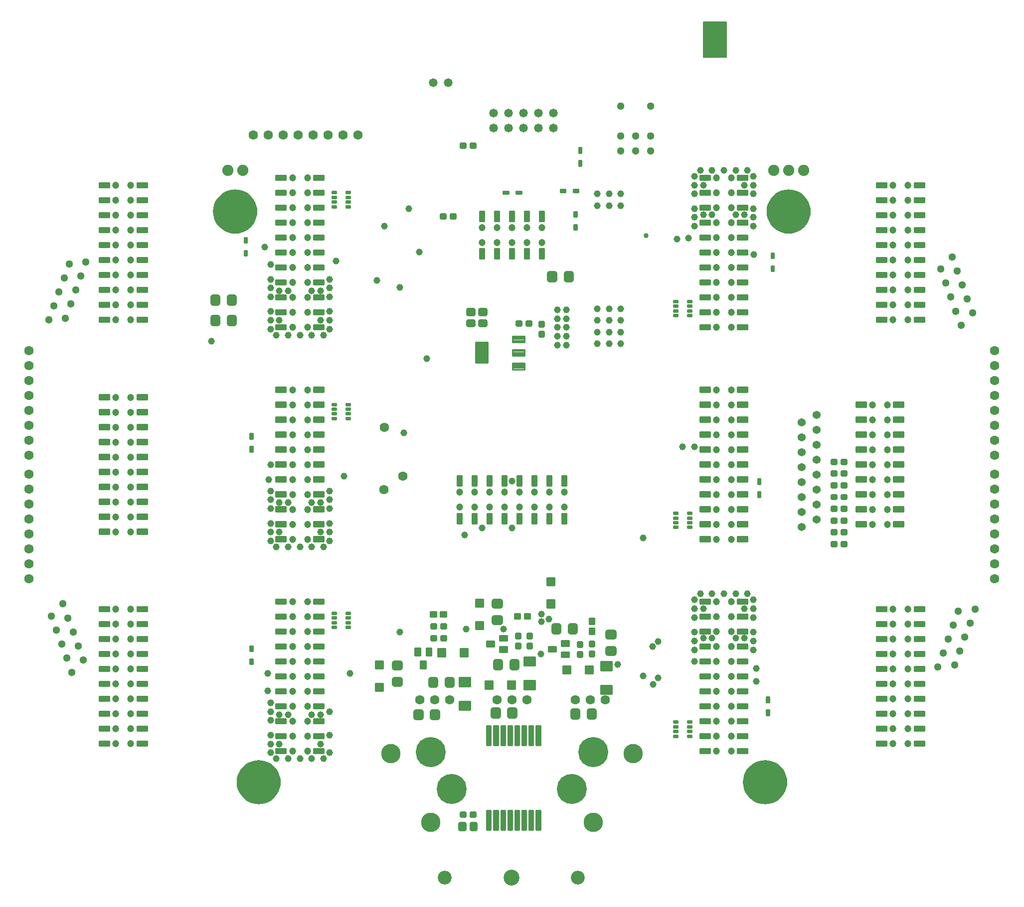
<source format=gbr>
G04 EAGLE Gerber RS-274X export*
G75*
%MOMM*%
%FSLAX34Y34*%
%LPD*%
%INSoldermask Bottom*%
%IPPOS*%
%AMOC8*
5,1,8,0,0,1.08239X$1,22.5*%
G01*
%ADD10C,0.605000*%
%ADD11C,0.300000*%
%ADD12C,1.200000*%
%ADD13C,1.471600*%
%ADD14C,0.901000*%
%ADD15C,0.301000*%
%ADD16C,1.600000*%
%ADD17C,0.306000*%
%ADD18C,0.297000*%
%ADD19C,5.100000*%
%ADD20C,3.300000*%
%ADD21C,2.350000*%
%ADD22C,2.700000*%
%ADD23C,1.300000*%
%ADD24C,1.900000*%
%ADD25C,4.500000*%
%ADD26C,0.756000*%
%ADD27C,0.290222*%
%ADD28C,0.299000*%
%ADD29C,1.375000*%
%ADD30C,1.150000*%
%ADD31C,0.850000*%

G36*
X-429930Y-577500D02*
X-429930Y-577500D01*
X-429860Y-577495D01*
X-429790Y-577490D01*
X-429720Y-577485D01*
X-429650Y-577480D01*
X-429580Y-577475D01*
X-429510Y-577470D01*
X-429440Y-577465D01*
X-429370Y-577460D01*
X-429301Y-577455D01*
X-429300Y-577455D01*
X-429231Y-577450D01*
X-429161Y-577445D01*
X-429091Y-577440D01*
X-429021Y-577435D01*
X-428951Y-577430D01*
X-428881Y-577425D01*
X-428811Y-577420D01*
X-428741Y-577415D01*
X-428671Y-577410D01*
X-428601Y-577405D01*
X-428532Y-577400D01*
X-428531Y-577400D01*
X-428462Y-577395D01*
X-428392Y-577390D01*
X-428322Y-577385D01*
X-428252Y-577380D01*
X-428182Y-577375D01*
X-428112Y-577370D01*
X-428042Y-577365D01*
X-427972Y-577360D01*
X-427902Y-577355D01*
X-427832Y-577350D01*
X-427763Y-577345D01*
X-427762Y-577345D01*
X-427693Y-577340D01*
X-427623Y-577335D01*
X-427553Y-577330D01*
X-427483Y-577325D01*
X-427413Y-577320D01*
X-427343Y-577315D01*
X-427273Y-577310D01*
X-427203Y-577305D01*
X-427133Y-577300D01*
X-427063Y-577295D01*
X-426994Y-577290D01*
X-426993Y-577290D01*
X-426924Y-577285D01*
X-426854Y-577280D01*
X-426784Y-577275D01*
X-426714Y-577270D01*
X-426644Y-577265D01*
X-426574Y-577260D01*
X-426504Y-577255D01*
X-426434Y-577250D01*
X-426364Y-577245D01*
X-426294Y-577240D01*
X-426224Y-577235D01*
X-426155Y-577230D01*
X-426085Y-577225D01*
X-426015Y-577220D01*
X-425945Y-577215D01*
X-425875Y-577210D01*
X-425805Y-577205D01*
X-425735Y-577200D01*
X-425665Y-577195D01*
X-425595Y-577190D01*
X-425525Y-577185D01*
X-425455Y-577180D01*
X-425386Y-577175D01*
X-425385Y-577175D01*
X-425316Y-577170D01*
X-425246Y-577165D01*
X-425176Y-577160D01*
X-425106Y-577155D01*
X-425036Y-577150D01*
X-424966Y-577145D01*
X-424896Y-577140D01*
X-424826Y-577135D01*
X-424756Y-577130D01*
X-424686Y-577125D01*
X-424663Y-577123D01*
X-424662Y-577123D01*
X-419434Y-575986D01*
X-419434Y-575985D01*
X-419433Y-575986D01*
X-414420Y-574116D01*
X-414420Y-574115D01*
X-414420Y-574116D01*
X-409724Y-571551D01*
X-409723Y-571551D01*
X-405440Y-568345D01*
X-405440Y-568344D01*
X-405439Y-568344D01*
X-401656Y-564561D01*
X-401656Y-564560D01*
X-401655Y-564560D01*
X-398449Y-560277D01*
X-398449Y-560276D01*
X-395884Y-555580D01*
X-395885Y-555580D01*
X-395884Y-555580D01*
X-394014Y-550567D01*
X-394015Y-550566D01*
X-394014Y-550566D01*
X-392877Y-545338D01*
X-392877Y-545337D01*
X-392495Y-540000D01*
X-392877Y-534663D01*
X-392877Y-534662D01*
X-394014Y-529434D01*
X-394015Y-529434D01*
X-394014Y-529433D01*
X-395884Y-524420D01*
X-395885Y-524420D01*
X-395884Y-524420D01*
X-398449Y-519724D01*
X-398449Y-519723D01*
X-401655Y-515440D01*
X-401656Y-515440D01*
X-401656Y-515439D01*
X-405439Y-511656D01*
X-405440Y-511656D01*
X-405440Y-511655D01*
X-409723Y-508449D01*
X-409724Y-508449D01*
X-414420Y-505884D01*
X-414420Y-505885D01*
X-414420Y-505884D01*
X-419433Y-504014D01*
X-419434Y-504015D01*
X-419434Y-504014D01*
X-424662Y-502877D01*
X-424663Y-502877D01*
X-430000Y-502495D01*
X-435337Y-502877D01*
X-435338Y-502877D01*
X-440566Y-504014D01*
X-440566Y-504015D01*
X-440567Y-504014D01*
X-445580Y-505884D01*
X-445580Y-505885D01*
X-445580Y-505884D01*
X-450276Y-508449D01*
X-450277Y-508449D01*
X-454560Y-511655D01*
X-454560Y-511656D01*
X-454561Y-511656D01*
X-458344Y-515439D01*
X-458344Y-515440D01*
X-458345Y-515440D01*
X-461551Y-519723D01*
X-461551Y-519724D01*
X-464116Y-524420D01*
X-464115Y-524420D01*
X-464116Y-524420D01*
X-465986Y-529433D01*
X-465985Y-529434D01*
X-465986Y-529434D01*
X-467123Y-534662D01*
X-467123Y-534663D01*
X-467505Y-540000D01*
X-467123Y-545337D01*
X-467123Y-545338D01*
X-465986Y-550566D01*
X-465985Y-550566D01*
X-465986Y-550567D01*
X-464116Y-555580D01*
X-464115Y-555580D01*
X-464116Y-555580D01*
X-461551Y-560276D01*
X-461551Y-560277D01*
X-458345Y-564560D01*
X-458344Y-564560D01*
X-458344Y-564561D01*
X-454561Y-568344D01*
X-454560Y-568344D01*
X-454560Y-568345D01*
X-450277Y-571551D01*
X-450276Y-571551D01*
X-445580Y-574116D01*
X-445580Y-574115D01*
X-445580Y-574116D01*
X-440567Y-575986D01*
X-440566Y-575985D01*
X-440566Y-575986D01*
X-435338Y-577123D01*
X-435337Y-577123D01*
X-435314Y-577125D01*
X-435244Y-577130D01*
X-435174Y-577135D01*
X-435104Y-577140D01*
X-435034Y-577145D01*
X-434964Y-577150D01*
X-434894Y-577155D01*
X-434824Y-577160D01*
X-434754Y-577165D01*
X-434684Y-577170D01*
X-434615Y-577175D01*
X-434614Y-577175D01*
X-434545Y-577180D01*
X-434475Y-577185D01*
X-434405Y-577190D01*
X-434335Y-577195D01*
X-434265Y-577200D01*
X-434195Y-577205D01*
X-434125Y-577210D01*
X-434055Y-577215D01*
X-433985Y-577220D01*
X-433915Y-577225D01*
X-433846Y-577230D01*
X-433845Y-577230D01*
X-433776Y-577235D01*
X-433706Y-577240D01*
X-433636Y-577245D01*
X-433566Y-577250D01*
X-433496Y-577255D01*
X-433426Y-577260D01*
X-433356Y-577265D01*
X-433286Y-577270D01*
X-433216Y-577275D01*
X-433146Y-577280D01*
X-433077Y-577285D01*
X-433076Y-577285D01*
X-433007Y-577290D01*
X-432937Y-577295D01*
X-432867Y-577300D01*
X-432797Y-577305D01*
X-432727Y-577310D01*
X-432657Y-577315D01*
X-432587Y-577320D01*
X-432517Y-577325D01*
X-432447Y-577330D01*
X-432377Y-577335D01*
X-432308Y-577340D01*
X-432307Y-577340D01*
X-432238Y-577345D01*
X-432168Y-577350D01*
X-432098Y-577355D01*
X-432028Y-577360D01*
X-431958Y-577365D01*
X-431888Y-577370D01*
X-431818Y-577375D01*
X-431748Y-577380D01*
X-431678Y-577385D01*
X-431608Y-577390D01*
X-431539Y-577395D01*
X-431538Y-577395D01*
X-431469Y-577400D01*
X-431468Y-577400D01*
X-431399Y-577405D01*
X-431329Y-577410D01*
X-431259Y-577415D01*
X-431189Y-577420D01*
X-431119Y-577425D01*
X-431049Y-577430D01*
X-430979Y-577435D01*
X-430909Y-577440D01*
X-430839Y-577445D01*
X-430769Y-577450D01*
X-430700Y-577455D01*
X-430699Y-577455D01*
X-430630Y-577460D01*
X-430560Y-577465D01*
X-430490Y-577470D01*
X-430420Y-577475D01*
X-430350Y-577480D01*
X-430280Y-577485D01*
X-430210Y-577490D01*
X-430140Y-577495D01*
X-430070Y-577500D01*
X-430000Y-577505D01*
X-429930Y-577500D01*
G37*
G36*
X430070Y-577500D02*
X430070Y-577500D01*
X430140Y-577495D01*
X430210Y-577490D01*
X430280Y-577485D01*
X430350Y-577480D01*
X430420Y-577475D01*
X430490Y-577470D01*
X430560Y-577465D01*
X430630Y-577460D01*
X430699Y-577455D01*
X430700Y-577455D01*
X430769Y-577450D01*
X430839Y-577445D01*
X430909Y-577440D01*
X430979Y-577435D01*
X431049Y-577430D01*
X431119Y-577425D01*
X431189Y-577420D01*
X431259Y-577415D01*
X431329Y-577410D01*
X431399Y-577405D01*
X431468Y-577400D01*
X431469Y-577400D01*
X431538Y-577395D01*
X431608Y-577390D01*
X431678Y-577385D01*
X431748Y-577380D01*
X431818Y-577375D01*
X431888Y-577370D01*
X431958Y-577365D01*
X432028Y-577360D01*
X432098Y-577355D01*
X432168Y-577350D01*
X432238Y-577345D01*
X432307Y-577340D01*
X432377Y-577335D01*
X432447Y-577330D01*
X432517Y-577325D01*
X432587Y-577320D01*
X432657Y-577315D01*
X432727Y-577310D01*
X432797Y-577305D01*
X432867Y-577300D01*
X432937Y-577295D01*
X433007Y-577290D01*
X433076Y-577285D01*
X433077Y-577285D01*
X433146Y-577280D01*
X433216Y-577275D01*
X433286Y-577270D01*
X433356Y-577265D01*
X433426Y-577260D01*
X433496Y-577255D01*
X433566Y-577250D01*
X433636Y-577245D01*
X433706Y-577240D01*
X433776Y-577235D01*
X433845Y-577230D01*
X433846Y-577230D01*
X433915Y-577225D01*
X433985Y-577220D01*
X434055Y-577215D01*
X434125Y-577210D01*
X434195Y-577205D01*
X434265Y-577200D01*
X434335Y-577195D01*
X434405Y-577190D01*
X434475Y-577185D01*
X434545Y-577180D01*
X434614Y-577175D01*
X434615Y-577175D01*
X434684Y-577170D01*
X434754Y-577165D01*
X434824Y-577160D01*
X434894Y-577155D01*
X434964Y-577150D01*
X435034Y-577145D01*
X435104Y-577140D01*
X435174Y-577135D01*
X435244Y-577130D01*
X435314Y-577125D01*
X435337Y-577123D01*
X435338Y-577123D01*
X440566Y-575986D01*
X440566Y-575985D01*
X440567Y-575986D01*
X445580Y-574116D01*
X445580Y-574115D01*
X445580Y-574116D01*
X450276Y-571551D01*
X450277Y-571551D01*
X454560Y-568345D01*
X454560Y-568344D01*
X454561Y-568344D01*
X458344Y-564561D01*
X458344Y-564560D01*
X458345Y-564560D01*
X461551Y-560277D01*
X461551Y-560276D01*
X464116Y-555580D01*
X464115Y-555580D01*
X464116Y-555580D01*
X465986Y-550567D01*
X465985Y-550566D01*
X465986Y-550566D01*
X467123Y-545338D01*
X467123Y-545337D01*
X467505Y-540000D01*
X467123Y-534663D01*
X467123Y-534662D01*
X465986Y-529434D01*
X465985Y-529434D01*
X465986Y-529433D01*
X464116Y-524420D01*
X464115Y-524420D01*
X464116Y-524420D01*
X461551Y-519724D01*
X461551Y-519723D01*
X458345Y-515440D01*
X458344Y-515440D01*
X458344Y-515439D01*
X454561Y-511656D01*
X454560Y-511656D01*
X454560Y-511655D01*
X450277Y-508449D01*
X450276Y-508449D01*
X445580Y-505884D01*
X445580Y-505885D01*
X445580Y-505884D01*
X440567Y-504014D01*
X440566Y-504015D01*
X440566Y-504014D01*
X435338Y-502877D01*
X435337Y-502877D01*
X430000Y-502495D01*
X424663Y-502877D01*
X424662Y-502877D01*
X419434Y-504014D01*
X419434Y-504015D01*
X419433Y-504014D01*
X414420Y-505884D01*
X414420Y-505885D01*
X414420Y-505884D01*
X409724Y-508449D01*
X409723Y-508449D01*
X405440Y-511655D01*
X405440Y-511656D01*
X405439Y-511656D01*
X401656Y-515439D01*
X401656Y-515440D01*
X401655Y-515440D01*
X398449Y-519723D01*
X398449Y-519724D01*
X395884Y-524420D01*
X395885Y-524420D01*
X395884Y-524420D01*
X394014Y-529433D01*
X394015Y-529434D01*
X394014Y-529434D01*
X392877Y-534662D01*
X392877Y-534663D01*
X392495Y-540000D01*
X392877Y-545337D01*
X392877Y-545338D01*
X394014Y-550566D01*
X394015Y-550566D01*
X394014Y-550567D01*
X395884Y-555580D01*
X395885Y-555580D01*
X395884Y-555580D01*
X398449Y-560276D01*
X398449Y-560277D01*
X401655Y-564560D01*
X401656Y-564560D01*
X401656Y-564561D01*
X405439Y-568344D01*
X405440Y-568344D01*
X405440Y-568345D01*
X409723Y-571551D01*
X409724Y-571551D01*
X414420Y-574116D01*
X414420Y-574115D01*
X414420Y-574116D01*
X419433Y-575986D01*
X419434Y-575985D01*
X419434Y-575986D01*
X424662Y-577123D01*
X424663Y-577123D01*
X424686Y-577125D01*
X424756Y-577130D01*
X424826Y-577135D01*
X424896Y-577140D01*
X424966Y-577145D01*
X425036Y-577150D01*
X425106Y-577155D01*
X425176Y-577160D01*
X425246Y-577165D01*
X425316Y-577170D01*
X425385Y-577175D01*
X425386Y-577175D01*
X425455Y-577180D01*
X425525Y-577185D01*
X425595Y-577190D01*
X425665Y-577195D01*
X425735Y-577200D01*
X425805Y-577205D01*
X425875Y-577210D01*
X425945Y-577215D01*
X426015Y-577220D01*
X426085Y-577225D01*
X426154Y-577230D01*
X426155Y-577230D01*
X426224Y-577235D01*
X426294Y-577240D01*
X426364Y-577245D01*
X426434Y-577250D01*
X426504Y-577255D01*
X426574Y-577260D01*
X426644Y-577265D01*
X426714Y-577270D01*
X426784Y-577275D01*
X426854Y-577280D01*
X426923Y-577285D01*
X426924Y-577285D01*
X426993Y-577290D01*
X426994Y-577290D01*
X427063Y-577295D01*
X427133Y-577300D01*
X427203Y-577305D01*
X427273Y-577310D01*
X427343Y-577315D01*
X427413Y-577320D01*
X427483Y-577325D01*
X427553Y-577330D01*
X427623Y-577335D01*
X427693Y-577340D01*
X427762Y-577345D01*
X427763Y-577345D01*
X427832Y-577350D01*
X427902Y-577355D01*
X427972Y-577360D01*
X428042Y-577365D01*
X428112Y-577370D01*
X428182Y-577375D01*
X428252Y-577380D01*
X428322Y-577385D01*
X428392Y-577390D01*
X428462Y-577395D01*
X428531Y-577400D01*
X428532Y-577400D01*
X428601Y-577405D01*
X428671Y-577410D01*
X428741Y-577415D01*
X428811Y-577420D01*
X428881Y-577425D01*
X428951Y-577430D01*
X429021Y-577435D01*
X429091Y-577440D01*
X429161Y-577445D01*
X429231Y-577450D01*
X429300Y-577455D01*
X429301Y-577455D01*
X429370Y-577460D01*
X429440Y-577465D01*
X429510Y-577470D01*
X429580Y-577475D01*
X429650Y-577480D01*
X429720Y-577485D01*
X429790Y-577490D01*
X429860Y-577495D01*
X429930Y-577500D01*
X430000Y-577505D01*
X430070Y-577500D01*
G37*
G36*
X-464663Y392877D02*
X-464663Y392877D01*
X-464662Y392877D01*
X-459434Y394014D01*
X-459434Y394015D01*
X-459433Y394014D01*
X-454420Y395884D01*
X-454420Y395885D01*
X-454420Y395884D01*
X-449724Y398449D01*
X-449723Y398449D01*
X-445440Y401655D01*
X-445440Y401656D01*
X-445439Y401656D01*
X-441656Y405439D01*
X-441656Y405440D01*
X-441655Y405440D01*
X-438449Y409723D01*
X-438449Y409724D01*
X-435884Y414420D01*
X-435885Y414420D01*
X-435884Y414420D01*
X-434014Y419433D01*
X-434015Y419434D01*
X-434014Y419434D01*
X-432877Y424662D01*
X-432877Y424663D01*
X-432495Y430000D01*
X-432877Y435337D01*
X-432877Y435338D01*
X-434014Y440566D01*
X-434015Y440566D01*
X-434014Y440567D01*
X-435884Y445580D01*
X-435885Y445580D01*
X-435884Y445580D01*
X-438449Y450276D01*
X-438449Y450277D01*
X-441655Y454560D01*
X-441656Y454560D01*
X-441656Y454561D01*
X-445439Y458344D01*
X-445440Y458344D01*
X-445440Y458345D01*
X-449723Y461551D01*
X-449724Y461551D01*
X-454420Y464116D01*
X-454420Y464115D01*
X-454420Y464116D01*
X-459433Y465986D01*
X-459434Y465985D01*
X-459434Y465986D01*
X-464662Y467123D01*
X-464663Y467123D01*
X-464708Y467127D01*
X-464777Y467131D01*
X-464847Y467136D01*
X-464916Y467141D01*
X-464986Y467146D01*
X-465055Y467151D01*
X-465125Y467156D01*
X-465194Y467161D01*
X-465264Y467166D01*
X-465333Y467171D01*
X-465402Y467176D01*
X-465403Y467176D01*
X-465472Y467181D01*
X-465541Y467186D01*
X-465542Y467186D01*
X-465611Y467191D01*
X-465680Y467196D01*
X-465750Y467201D01*
X-465819Y467206D01*
X-465889Y467211D01*
X-465958Y467216D01*
X-466028Y467221D01*
X-466097Y467226D01*
X-466167Y467231D01*
X-466236Y467236D01*
X-466306Y467241D01*
X-466375Y467246D01*
X-466445Y467251D01*
X-466514Y467256D01*
X-466584Y467261D01*
X-466653Y467266D01*
X-466722Y467271D01*
X-466723Y467271D01*
X-466792Y467276D01*
X-466861Y467281D01*
X-466862Y467281D01*
X-466931Y467286D01*
X-467000Y467290D01*
X-467001Y467290D01*
X-467070Y467295D01*
X-467139Y467300D01*
X-467209Y467305D01*
X-467278Y467310D01*
X-467348Y467315D01*
X-467417Y467320D01*
X-467487Y467325D01*
X-467556Y467330D01*
X-467626Y467335D01*
X-467695Y467340D01*
X-467765Y467345D01*
X-467834Y467350D01*
X-467904Y467355D01*
X-467973Y467360D01*
X-468042Y467365D01*
X-468043Y467365D01*
X-468112Y467370D01*
X-468181Y467375D01*
X-468182Y467375D01*
X-468251Y467380D01*
X-468320Y467385D01*
X-468321Y467385D01*
X-468390Y467390D01*
X-468459Y467395D01*
X-468529Y467400D01*
X-468598Y467405D01*
X-468668Y467410D01*
X-468737Y467415D01*
X-468807Y467420D01*
X-468876Y467425D01*
X-468946Y467430D01*
X-469015Y467435D01*
X-469085Y467440D01*
X-469154Y467445D01*
X-469224Y467449D01*
X-469293Y467454D01*
X-469363Y467459D01*
X-469432Y467464D01*
X-469501Y467469D01*
X-469502Y467469D01*
X-469571Y467474D01*
X-469640Y467479D01*
X-469641Y467479D01*
X-469710Y467484D01*
X-469779Y467489D01*
X-469849Y467494D01*
X-469918Y467499D01*
X-469988Y467504D01*
X-470000Y467505D01*
X-470012Y467504D01*
X-470082Y467499D01*
X-470151Y467494D01*
X-470221Y467489D01*
X-470290Y467484D01*
X-470360Y467479D01*
X-470429Y467474D01*
X-470498Y467469D01*
X-470499Y467469D01*
X-470568Y467464D01*
X-470637Y467459D01*
X-470707Y467454D01*
X-470776Y467449D01*
X-470846Y467445D01*
X-470915Y467440D01*
X-470985Y467435D01*
X-471054Y467430D01*
X-471124Y467425D01*
X-471193Y467420D01*
X-471263Y467415D01*
X-471332Y467410D01*
X-471402Y467405D01*
X-471471Y467400D01*
X-471541Y467395D01*
X-471610Y467390D01*
X-471680Y467385D01*
X-471749Y467380D01*
X-471818Y467375D01*
X-471819Y467375D01*
X-471888Y467370D01*
X-471957Y467365D01*
X-471958Y467365D01*
X-472027Y467360D01*
X-472096Y467355D01*
X-472166Y467350D01*
X-472235Y467345D01*
X-472305Y467340D01*
X-472374Y467335D01*
X-472444Y467330D01*
X-472513Y467325D01*
X-472583Y467320D01*
X-472652Y467315D01*
X-472722Y467310D01*
X-472791Y467305D01*
X-472861Y467300D01*
X-472930Y467295D01*
X-473000Y467290D01*
X-473069Y467286D01*
X-473138Y467281D01*
X-473139Y467281D01*
X-473208Y467276D01*
X-473277Y467271D01*
X-473278Y467271D01*
X-473347Y467266D01*
X-473416Y467261D01*
X-473486Y467256D01*
X-473555Y467251D01*
X-473625Y467246D01*
X-473694Y467241D01*
X-473764Y467236D01*
X-473833Y467231D01*
X-473903Y467226D01*
X-473972Y467221D01*
X-474042Y467216D01*
X-474111Y467211D01*
X-474181Y467206D01*
X-474250Y467201D01*
X-474320Y467196D01*
X-474389Y467191D01*
X-474458Y467186D01*
X-474459Y467186D01*
X-474528Y467181D01*
X-474597Y467176D01*
X-474598Y467176D01*
X-474667Y467171D01*
X-474736Y467166D01*
X-474806Y467161D01*
X-474875Y467156D01*
X-474945Y467151D01*
X-475014Y467146D01*
X-475084Y467141D01*
X-475153Y467136D01*
X-475223Y467131D01*
X-475292Y467127D01*
X-475337Y467123D01*
X-475338Y467123D01*
X-480566Y465986D01*
X-480566Y465985D01*
X-480567Y465986D01*
X-485580Y464116D01*
X-485580Y464115D01*
X-485580Y464116D01*
X-490276Y461551D01*
X-490277Y461551D01*
X-494560Y458345D01*
X-494560Y458344D01*
X-494561Y458344D01*
X-498344Y454561D01*
X-498344Y454560D01*
X-498345Y454560D01*
X-501551Y450277D01*
X-501551Y450276D01*
X-504116Y445580D01*
X-504115Y445580D01*
X-504116Y445580D01*
X-505986Y440567D01*
X-505985Y440566D01*
X-505986Y440566D01*
X-507123Y435338D01*
X-507123Y435337D01*
X-507505Y430000D01*
X-507123Y424663D01*
X-507123Y424662D01*
X-505986Y419434D01*
X-505985Y419434D01*
X-505986Y419433D01*
X-504116Y414420D01*
X-504115Y414420D01*
X-504116Y414420D01*
X-501551Y409724D01*
X-501551Y409723D01*
X-498345Y405440D01*
X-498344Y405440D01*
X-498344Y405439D01*
X-494561Y401656D01*
X-494560Y401656D01*
X-494560Y401655D01*
X-490277Y398449D01*
X-490276Y398449D01*
X-485580Y395884D01*
X-485580Y395885D01*
X-485580Y395884D01*
X-480567Y394014D01*
X-480566Y394015D01*
X-480566Y394014D01*
X-475338Y392877D01*
X-475337Y392877D01*
X-470000Y392495D01*
X-464663Y392877D01*
G37*
G36*
X475337Y392877D02*
X475337Y392877D01*
X475338Y392877D01*
X480566Y394014D01*
X480566Y394015D01*
X480567Y394014D01*
X485580Y395884D01*
X485580Y395885D01*
X485580Y395884D01*
X490276Y398449D01*
X490277Y398449D01*
X494560Y401655D01*
X494560Y401656D01*
X494561Y401656D01*
X498344Y405439D01*
X498344Y405440D01*
X498345Y405440D01*
X501551Y409723D01*
X501551Y409724D01*
X504116Y414420D01*
X504115Y414420D01*
X504116Y414420D01*
X505986Y419433D01*
X505985Y419434D01*
X505986Y419434D01*
X507123Y424662D01*
X507123Y424663D01*
X507505Y430000D01*
X507123Y435337D01*
X507123Y435338D01*
X505986Y440566D01*
X505985Y440566D01*
X505986Y440567D01*
X504116Y445580D01*
X504115Y445580D01*
X504116Y445580D01*
X501551Y450276D01*
X501551Y450277D01*
X498345Y454560D01*
X498344Y454560D01*
X498344Y454561D01*
X494561Y458344D01*
X494560Y458344D01*
X494560Y458345D01*
X490277Y461551D01*
X490276Y461551D01*
X485580Y464116D01*
X485580Y464115D01*
X485580Y464116D01*
X480567Y465986D01*
X480566Y465985D01*
X480566Y465986D01*
X475338Y467123D01*
X475337Y467123D01*
X475292Y467127D01*
X475223Y467131D01*
X475153Y467136D01*
X475084Y467141D01*
X475014Y467146D01*
X474945Y467151D01*
X474875Y467156D01*
X474806Y467161D01*
X474736Y467166D01*
X474667Y467171D01*
X474598Y467176D01*
X474597Y467176D01*
X474528Y467181D01*
X474459Y467186D01*
X474458Y467186D01*
X474389Y467191D01*
X474320Y467196D01*
X474250Y467201D01*
X474181Y467206D01*
X474111Y467211D01*
X474042Y467216D01*
X473972Y467221D01*
X473903Y467226D01*
X473833Y467231D01*
X473764Y467236D01*
X473694Y467241D01*
X473625Y467246D01*
X473555Y467251D01*
X473486Y467256D01*
X473416Y467261D01*
X473347Y467266D01*
X473278Y467271D01*
X473277Y467271D01*
X473208Y467276D01*
X473139Y467281D01*
X473138Y467281D01*
X473069Y467286D01*
X473000Y467290D01*
X472930Y467295D01*
X472861Y467300D01*
X472791Y467305D01*
X472722Y467310D01*
X472652Y467315D01*
X472583Y467320D01*
X472513Y467325D01*
X472444Y467330D01*
X472374Y467335D01*
X472305Y467340D01*
X472235Y467345D01*
X472166Y467350D01*
X472096Y467355D01*
X472027Y467360D01*
X471958Y467365D01*
X471957Y467365D01*
X471888Y467370D01*
X471819Y467375D01*
X471818Y467375D01*
X471749Y467380D01*
X471680Y467385D01*
X471610Y467390D01*
X471541Y467395D01*
X471471Y467400D01*
X471402Y467405D01*
X471332Y467410D01*
X471263Y467415D01*
X471193Y467420D01*
X471124Y467425D01*
X471054Y467430D01*
X470985Y467435D01*
X470915Y467440D01*
X470846Y467445D01*
X470776Y467449D01*
X470707Y467454D01*
X470638Y467459D01*
X470637Y467459D01*
X470568Y467464D01*
X470499Y467469D01*
X470498Y467469D01*
X470429Y467474D01*
X470360Y467479D01*
X470290Y467484D01*
X470221Y467489D01*
X470151Y467494D01*
X470082Y467499D01*
X470012Y467504D01*
X470000Y467505D01*
X469988Y467504D01*
X469918Y467499D01*
X469849Y467494D01*
X469779Y467489D01*
X469710Y467484D01*
X469641Y467479D01*
X469640Y467479D01*
X469571Y467474D01*
X469502Y467469D01*
X469501Y467469D01*
X469432Y467464D01*
X469363Y467459D01*
X469293Y467454D01*
X469224Y467449D01*
X469154Y467445D01*
X469085Y467440D01*
X469015Y467435D01*
X468946Y467430D01*
X468876Y467425D01*
X468807Y467420D01*
X468737Y467415D01*
X468668Y467410D01*
X468598Y467405D01*
X468529Y467400D01*
X468459Y467395D01*
X468390Y467390D01*
X468321Y467385D01*
X468320Y467385D01*
X468251Y467380D01*
X468182Y467375D01*
X468181Y467375D01*
X468112Y467370D01*
X468043Y467365D01*
X467973Y467360D01*
X467904Y467355D01*
X467834Y467350D01*
X467765Y467345D01*
X467695Y467340D01*
X467626Y467335D01*
X467556Y467330D01*
X467487Y467325D01*
X467417Y467320D01*
X467348Y467315D01*
X467278Y467310D01*
X467209Y467305D01*
X467139Y467300D01*
X467070Y467295D01*
X467001Y467290D01*
X467000Y467290D01*
X466931Y467286D01*
X466862Y467281D01*
X466861Y467281D01*
X466792Y467276D01*
X466723Y467271D01*
X466653Y467266D01*
X466584Y467261D01*
X466514Y467256D01*
X466445Y467251D01*
X466375Y467246D01*
X466306Y467241D01*
X466236Y467236D01*
X466167Y467231D01*
X466097Y467226D01*
X466028Y467221D01*
X465958Y467216D01*
X465889Y467211D01*
X465819Y467206D01*
X465750Y467201D01*
X465680Y467196D01*
X465611Y467191D01*
X465542Y467186D01*
X465541Y467186D01*
X465472Y467181D01*
X465403Y467176D01*
X465333Y467171D01*
X465264Y467166D01*
X465194Y467161D01*
X465125Y467156D01*
X465055Y467151D01*
X464986Y467146D01*
X464916Y467141D01*
X464847Y467136D01*
X464777Y467131D01*
X464708Y467127D01*
X464663Y467123D01*
X464662Y467123D01*
X459434Y465986D01*
X459434Y465985D01*
X459433Y465986D01*
X454420Y464116D01*
X454420Y464115D01*
X454420Y464116D01*
X449724Y461551D01*
X449723Y461551D01*
X445440Y458345D01*
X445440Y458344D01*
X445439Y458344D01*
X441656Y454561D01*
X441656Y454560D01*
X441655Y454560D01*
X438449Y450277D01*
X438449Y450276D01*
X435884Y445580D01*
X435885Y445580D01*
X435884Y445580D01*
X434014Y440567D01*
X434015Y440566D01*
X434014Y440566D01*
X432877Y435338D01*
X432877Y435337D01*
X432495Y430000D01*
X432877Y424663D01*
X432877Y424662D01*
X434014Y419434D01*
X434015Y419434D01*
X434014Y419433D01*
X435884Y414420D01*
X435885Y414420D01*
X435884Y414420D01*
X438449Y409724D01*
X438449Y409723D01*
X441655Y405440D01*
X441656Y405440D01*
X441656Y405439D01*
X445439Y401656D01*
X445440Y401656D01*
X445440Y401655D01*
X449723Y398449D01*
X449724Y398449D01*
X454420Y395884D01*
X454420Y395885D01*
X454420Y395884D01*
X459433Y394014D01*
X459434Y394015D01*
X459434Y394014D01*
X464662Y392877D01*
X464663Y392877D01*
X470000Y392495D01*
X475337Y392877D01*
G37*
G36*
X364020Y691242D02*
X364020Y691242D01*
X364039Y691240D01*
X364141Y691262D01*
X364243Y691279D01*
X364260Y691288D01*
X364280Y691292D01*
X364369Y691345D01*
X364460Y691394D01*
X364474Y691408D01*
X364491Y691418D01*
X364558Y691497D01*
X364630Y691572D01*
X364638Y691590D01*
X364651Y691605D01*
X364690Y691701D01*
X364733Y691795D01*
X364735Y691815D01*
X364743Y691833D01*
X364761Y692000D01*
X364761Y752000D01*
X364758Y752020D01*
X364760Y752039D01*
X364738Y752141D01*
X364722Y752243D01*
X364712Y752260D01*
X364708Y752280D01*
X364655Y752369D01*
X364606Y752460D01*
X364592Y752474D01*
X364582Y752491D01*
X364503Y752558D01*
X364428Y752630D01*
X364410Y752638D01*
X364395Y752651D01*
X364299Y752690D01*
X364205Y752733D01*
X364185Y752735D01*
X364167Y752743D01*
X364000Y752761D01*
X325000Y752761D01*
X324980Y752758D01*
X324961Y752760D01*
X324859Y752738D01*
X324757Y752722D01*
X324740Y752712D01*
X324720Y752708D01*
X324631Y752655D01*
X324540Y752606D01*
X324526Y752592D01*
X324509Y752582D01*
X324442Y752503D01*
X324371Y752428D01*
X324362Y752410D01*
X324349Y752395D01*
X324310Y752299D01*
X324267Y752205D01*
X324265Y752185D01*
X324257Y752167D01*
X324239Y752000D01*
X324239Y692000D01*
X324242Y691980D01*
X324240Y691961D01*
X324262Y691859D01*
X324279Y691757D01*
X324288Y691740D01*
X324292Y691720D01*
X324345Y691631D01*
X324394Y691540D01*
X324408Y691526D01*
X324418Y691509D01*
X324497Y691442D01*
X324572Y691371D01*
X324590Y691362D01*
X324605Y691349D01*
X324701Y691310D01*
X324795Y691267D01*
X324815Y691265D01*
X324833Y691257D01*
X325000Y691239D01*
X364000Y691239D01*
X364020Y691242D01*
G37*
%LPC*%
G36*
X-433363Y-561230D02*
X-433363Y-561230D01*
X-436642Y-560443D01*
X-439759Y-559152D01*
X-442634Y-557390D01*
X-445199Y-555199D01*
X-447390Y-552634D01*
X-449152Y-549759D01*
X-450443Y-546642D01*
X-451230Y-543363D01*
X-451495Y-540000D01*
X-451230Y-536637D01*
X-450443Y-533358D01*
X-449152Y-530242D01*
X-447390Y-527366D01*
X-445199Y-524801D01*
X-442634Y-522610D01*
X-439759Y-520848D01*
X-436642Y-519557D01*
X-433363Y-518770D01*
X-430000Y-518505D01*
X-429619Y-518535D01*
X-429556Y-518540D01*
X-428984Y-518585D01*
X-428920Y-518590D01*
X-428285Y-518640D01*
X-428221Y-518645D01*
X-427650Y-518690D01*
X-427586Y-518695D01*
X-426951Y-518745D01*
X-426887Y-518750D01*
X-426637Y-518770D01*
X-423358Y-519557D01*
X-420242Y-520848D01*
X-417366Y-522610D01*
X-414801Y-524801D01*
X-412610Y-527366D01*
X-410848Y-530242D01*
X-409557Y-533358D01*
X-408770Y-536637D01*
X-408505Y-540000D01*
X-408770Y-543363D01*
X-409557Y-546642D01*
X-410848Y-549759D01*
X-412610Y-552634D01*
X-414801Y-555199D01*
X-417366Y-557390D01*
X-420242Y-559152D01*
X-423358Y-560443D01*
X-426637Y-561230D01*
X-430000Y-561495D01*
X-433363Y-561230D01*
G37*
%LPD*%
%LPC*%
G36*
X426637Y-561230D02*
X426637Y-561230D01*
X423358Y-560443D01*
X420242Y-559152D01*
X417366Y-557390D01*
X414801Y-555199D01*
X412610Y-552634D01*
X410848Y-549759D01*
X409557Y-546642D01*
X408770Y-543363D01*
X408505Y-540000D01*
X408770Y-536637D01*
X409557Y-533358D01*
X410848Y-530242D01*
X412610Y-527366D01*
X414801Y-524801D01*
X417366Y-522610D01*
X420242Y-520848D01*
X423358Y-519557D01*
X426637Y-518770D01*
X430000Y-518505D01*
X430381Y-518535D01*
X430444Y-518540D01*
X431016Y-518585D01*
X431080Y-518590D01*
X431715Y-518640D01*
X431779Y-518645D01*
X432350Y-518690D01*
X432414Y-518695D01*
X433049Y-518745D01*
X433113Y-518750D01*
X433363Y-518770D01*
X436642Y-519557D01*
X439759Y-520848D01*
X442634Y-522610D01*
X445199Y-524801D01*
X447390Y-527366D01*
X449152Y-530242D01*
X450443Y-533358D01*
X451230Y-536637D01*
X451495Y-540000D01*
X451230Y-543363D01*
X450443Y-546642D01*
X449152Y-549759D01*
X447390Y-552634D01*
X445199Y-555199D01*
X442634Y-557390D01*
X439759Y-559152D01*
X436642Y-560443D01*
X433363Y-561230D01*
X430000Y-561495D01*
X426637Y-561230D01*
G37*
%LPD*%
%LPC*%
G36*
X-470118Y408514D02*
X-470118Y408514D01*
X-470434Y408539D01*
X-470749Y408564D01*
X-470939Y408579D01*
X-471254Y408604D01*
X-471570Y408629D01*
X-471886Y408653D01*
X-472075Y408668D01*
X-472391Y408693D01*
X-472707Y408718D01*
X-473022Y408743D01*
X-473212Y408758D01*
X-473363Y408770D01*
X-476642Y409557D01*
X-479759Y410848D01*
X-482634Y412610D01*
X-485199Y414801D01*
X-487390Y417366D01*
X-489152Y420242D01*
X-490443Y423358D01*
X-491230Y426637D01*
X-491495Y430000D01*
X-491230Y433363D01*
X-490443Y436642D01*
X-489152Y439759D01*
X-487390Y442634D01*
X-485199Y445199D01*
X-482634Y447390D01*
X-479759Y449152D01*
X-476642Y450443D01*
X-473363Y451230D01*
X-470000Y451495D01*
X-466637Y451230D01*
X-463358Y450443D01*
X-460242Y449152D01*
X-457366Y447390D01*
X-454801Y445199D01*
X-452610Y442634D01*
X-450848Y439759D01*
X-449557Y436642D01*
X-448770Y433363D01*
X-448505Y430000D01*
X-448770Y426637D01*
X-449557Y423358D01*
X-450848Y420242D01*
X-452610Y417366D01*
X-454801Y414801D01*
X-457366Y412610D01*
X-460242Y410848D01*
X-463358Y409557D01*
X-466637Y408770D01*
X-470000Y408505D01*
X-470118Y408514D01*
G37*
%LPD*%
%LPC*%
G36*
X469882Y408514D02*
X469882Y408514D01*
X469566Y408539D01*
X469251Y408564D01*
X469061Y408579D01*
X468746Y408604D01*
X468430Y408629D01*
X468114Y408653D01*
X467925Y408668D01*
X467609Y408693D01*
X467293Y408718D01*
X466978Y408743D01*
X466788Y408758D01*
X466637Y408770D01*
X463358Y409557D01*
X460242Y410848D01*
X457366Y412610D01*
X454801Y414801D01*
X452610Y417366D01*
X450848Y420242D01*
X449557Y423358D01*
X448770Y426637D01*
X448505Y430000D01*
X448770Y433363D01*
X449557Y436642D01*
X450848Y439759D01*
X452610Y442634D01*
X454801Y445199D01*
X457366Y447390D01*
X460242Y449152D01*
X463358Y450443D01*
X466637Y451230D01*
X470000Y451495D01*
X473363Y451230D01*
X476642Y450443D01*
X479759Y449152D01*
X482634Y447390D01*
X485199Y445199D01*
X487390Y442634D01*
X489152Y439759D01*
X490443Y436642D01*
X491230Y433363D01*
X491495Y430000D01*
X491230Y426637D01*
X490443Y423358D01*
X489152Y420242D01*
X487390Y417366D01*
X485199Y414801D01*
X482634Y412610D01*
X479759Y410848D01*
X476642Y409557D01*
X473363Y408770D01*
X470000Y408505D01*
X469882Y408514D01*
G37*
%LPD*%
D10*
X-114525Y419525D02*
X-120475Y419525D01*
X-120475Y424475D01*
X-114525Y424475D01*
X-114525Y419525D01*
X-103475Y419525D02*
X-97525Y419525D01*
X-103475Y419525D02*
X-103475Y424475D01*
X-97525Y424475D01*
X-97525Y419525D01*
D11*
X54300Y366000D02*
X54300Y350000D01*
X47300Y350000D01*
X47300Y366000D01*
X54300Y366000D01*
X54300Y352850D02*
X47300Y352850D01*
X47300Y355700D02*
X54300Y355700D01*
X54300Y358550D02*
X47300Y358550D01*
X47300Y361400D02*
X54300Y361400D01*
X54300Y364250D02*
X47300Y364250D01*
X54300Y414000D02*
X54300Y430000D01*
X54300Y414000D02*
X47300Y414000D01*
X47300Y430000D01*
X54300Y430000D01*
X54300Y416850D02*
X47300Y416850D01*
X47300Y419700D02*
X54300Y419700D01*
X54300Y422550D02*
X47300Y422550D01*
X47300Y425400D02*
X54300Y425400D01*
X54300Y428250D02*
X47300Y428250D01*
X28900Y366000D02*
X28900Y350000D01*
X21900Y350000D01*
X21900Y366000D01*
X28900Y366000D01*
X28900Y352850D02*
X21900Y352850D01*
X21900Y355700D02*
X28900Y355700D01*
X28900Y358550D02*
X21900Y358550D01*
X21900Y361400D02*
X28900Y361400D01*
X28900Y364250D02*
X21900Y364250D01*
X28900Y414000D02*
X28900Y430000D01*
X28900Y414000D02*
X21900Y414000D01*
X21900Y430000D01*
X28900Y430000D01*
X28900Y416850D02*
X21900Y416850D01*
X21900Y419700D02*
X28900Y419700D01*
X28900Y422550D02*
X21900Y422550D01*
X21900Y425400D02*
X28900Y425400D01*
X28900Y428250D02*
X21900Y428250D01*
X3500Y366000D02*
X3500Y350000D01*
X-3500Y350000D01*
X-3500Y366000D01*
X3500Y366000D01*
X3500Y352850D02*
X-3500Y352850D01*
X-3500Y355700D02*
X3500Y355700D01*
X3500Y358550D02*
X-3500Y358550D01*
X-3500Y361400D02*
X3500Y361400D01*
X3500Y364250D02*
X-3500Y364250D01*
X3500Y414000D02*
X3500Y430000D01*
X3500Y414000D02*
X-3500Y414000D01*
X-3500Y430000D01*
X3500Y430000D01*
X3500Y416850D02*
X-3500Y416850D01*
X-3500Y419700D02*
X3500Y419700D01*
X3500Y422550D02*
X-3500Y422550D01*
X-3500Y425400D02*
X3500Y425400D01*
X3500Y428250D02*
X-3500Y428250D01*
X-21900Y366000D02*
X-21900Y350000D01*
X-28900Y350000D01*
X-28900Y366000D01*
X-21900Y366000D01*
X-21900Y352850D02*
X-28900Y352850D01*
X-28900Y355700D02*
X-21900Y355700D01*
X-21900Y358550D02*
X-28900Y358550D01*
X-28900Y361400D02*
X-21900Y361400D01*
X-21900Y364250D02*
X-28900Y364250D01*
X-21900Y414000D02*
X-21900Y430000D01*
X-21900Y414000D02*
X-28900Y414000D01*
X-28900Y430000D01*
X-21900Y430000D01*
X-21900Y416850D02*
X-28900Y416850D01*
X-28900Y419700D02*
X-21900Y419700D01*
X-21900Y422550D02*
X-28900Y422550D01*
X-28900Y425400D02*
X-21900Y425400D01*
X-21900Y428250D02*
X-28900Y428250D01*
X-47300Y366000D02*
X-47300Y350000D01*
X-54300Y350000D01*
X-54300Y366000D01*
X-47300Y366000D01*
X-47300Y352850D02*
X-54300Y352850D01*
X-54300Y355700D02*
X-47300Y355700D01*
X-47300Y358550D02*
X-54300Y358550D01*
X-54300Y361400D02*
X-47300Y361400D01*
X-47300Y364250D02*
X-54300Y364250D01*
X-47300Y414000D02*
X-47300Y430000D01*
X-47300Y414000D02*
X-54300Y414000D01*
X-54300Y430000D01*
X-47300Y430000D01*
X-47300Y416850D02*
X-54300Y416850D01*
X-54300Y419700D02*
X-47300Y419700D01*
X-47300Y422550D02*
X-54300Y422550D01*
X-54300Y425400D02*
X-47300Y425400D01*
X-47300Y428250D02*
X-54300Y428250D01*
D12*
X50800Y402700D03*
X25400Y402700D03*
X25400Y377300D03*
X50800Y377300D03*
X0Y402700D03*
X0Y377300D03*
X-25400Y402700D03*
X-25400Y377300D03*
X-50800Y377300D03*
X-50800Y402700D03*
D11*
X-92400Y-20000D02*
X-92400Y-36000D01*
X-92400Y-20000D02*
X-85400Y-20000D01*
X-85400Y-36000D01*
X-92400Y-36000D01*
X-92400Y-33150D02*
X-85400Y-33150D01*
X-85400Y-30300D02*
X-92400Y-30300D01*
X-92400Y-27450D02*
X-85400Y-27450D01*
X-85400Y-24600D02*
X-92400Y-24600D01*
X-92400Y-21750D02*
X-85400Y-21750D01*
X-92400Y-84000D02*
X-92400Y-100000D01*
X-92400Y-84000D02*
X-85400Y-84000D01*
X-85400Y-100000D01*
X-92400Y-100000D01*
X-92400Y-97150D02*
X-85400Y-97150D01*
X-85400Y-94300D02*
X-92400Y-94300D01*
X-92400Y-91450D02*
X-85400Y-91450D01*
X-85400Y-88600D02*
X-92400Y-88600D01*
X-92400Y-85750D02*
X-85400Y-85750D01*
X-67000Y-36000D02*
X-67000Y-20000D01*
X-60000Y-20000D01*
X-60000Y-36000D01*
X-67000Y-36000D01*
X-67000Y-33150D02*
X-60000Y-33150D01*
X-60000Y-30300D02*
X-67000Y-30300D01*
X-67000Y-27450D02*
X-60000Y-27450D01*
X-60000Y-24600D02*
X-67000Y-24600D01*
X-67000Y-21750D02*
X-60000Y-21750D01*
X-67000Y-84000D02*
X-67000Y-100000D01*
X-67000Y-84000D02*
X-60000Y-84000D01*
X-60000Y-100000D01*
X-67000Y-100000D01*
X-67000Y-97150D02*
X-60000Y-97150D01*
X-60000Y-94300D02*
X-67000Y-94300D01*
X-67000Y-91450D02*
X-60000Y-91450D01*
X-60000Y-88600D02*
X-67000Y-88600D01*
X-67000Y-85750D02*
X-60000Y-85750D01*
X-41600Y-36000D02*
X-41600Y-20000D01*
X-34600Y-20000D01*
X-34600Y-36000D01*
X-41600Y-36000D01*
X-41600Y-33150D02*
X-34600Y-33150D01*
X-34600Y-30300D02*
X-41600Y-30300D01*
X-41600Y-27450D02*
X-34600Y-27450D01*
X-34600Y-24600D02*
X-41600Y-24600D01*
X-41600Y-21750D02*
X-34600Y-21750D01*
X-41600Y-84000D02*
X-41600Y-100000D01*
X-41600Y-84000D02*
X-34600Y-84000D01*
X-34600Y-100000D01*
X-41600Y-100000D01*
X-41600Y-97150D02*
X-34600Y-97150D01*
X-34600Y-94300D02*
X-41600Y-94300D01*
X-41600Y-91450D02*
X-34600Y-91450D01*
X-34600Y-88600D02*
X-41600Y-88600D01*
X-41600Y-85750D02*
X-34600Y-85750D01*
X-16200Y-36000D02*
X-16200Y-20000D01*
X-9200Y-20000D01*
X-9200Y-36000D01*
X-16200Y-36000D01*
X-16200Y-33150D02*
X-9200Y-33150D01*
X-9200Y-30300D02*
X-16200Y-30300D01*
X-16200Y-27450D02*
X-9200Y-27450D01*
X-9200Y-24600D02*
X-16200Y-24600D01*
X-16200Y-21750D02*
X-9200Y-21750D01*
X-16200Y-84000D02*
X-16200Y-100000D01*
X-16200Y-84000D02*
X-9200Y-84000D01*
X-9200Y-100000D01*
X-16200Y-100000D01*
X-16200Y-97150D02*
X-9200Y-97150D01*
X-9200Y-94300D02*
X-16200Y-94300D01*
X-16200Y-91450D02*
X-9200Y-91450D01*
X-9200Y-88600D02*
X-16200Y-88600D01*
X-16200Y-85750D02*
X-9200Y-85750D01*
X9200Y-36000D02*
X9200Y-20000D01*
X16200Y-20000D01*
X16200Y-36000D01*
X9200Y-36000D01*
X9200Y-33150D02*
X16200Y-33150D01*
X16200Y-30300D02*
X9200Y-30300D01*
X9200Y-27450D02*
X16200Y-27450D01*
X16200Y-24600D02*
X9200Y-24600D01*
X9200Y-21750D02*
X16200Y-21750D01*
X9200Y-84000D02*
X9200Y-100000D01*
X9200Y-84000D02*
X16200Y-84000D01*
X16200Y-100000D01*
X9200Y-100000D01*
X9200Y-97150D02*
X16200Y-97150D01*
X16200Y-94300D02*
X9200Y-94300D01*
X9200Y-91450D02*
X16200Y-91450D01*
X16200Y-88600D02*
X9200Y-88600D01*
X9200Y-85750D02*
X16200Y-85750D01*
X34600Y-36000D02*
X34600Y-20000D01*
X41600Y-20000D01*
X41600Y-36000D01*
X34600Y-36000D01*
X34600Y-33150D02*
X41600Y-33150D01*
X41600Y-30300D02*
X34600Y-30300D01*
X34600Y-27450D02*
X41600Y-27450D01*
X41600Y-24600D02*
X34600Y-24600D01*
X34600Y-21750D02*
X41600Y-21750D01*
X34600Y-84000D02*
X34600Y-100000D01*
X34600Y-84000D02*
X41600Y-84000D01*
X41600Y-100000D01*
X34600Y-100000D01*
X34600Y-97150D02*
X41600Y-97150D01*
X41600Y-94300D02*
X34600Y-94300D01*
X34600Y-91450D02*
X41600Y-91450D01*
X41600Y-88600D02*
X34600Y-88600D01*
X34600Y-85750D02*
X41600Y-85750D01*
X60000Y-36000D02*
X60000Y-20000D01*
X67000Y-20000D01*
X67000Y-36000D01*
X60000Y-36000D01*
X60000Y-33150D02*
X67000Y-33150D01*
X67000Y-30300D02*
X60000Y-30300D01*
X60000Y-27450D02*
X67000Y-27450D01*
X67000Y-24600D02*
X60000Y-24600D01*
X60000Y-21750D02*
X67000Y-21750D01*
X60000Y-84000D02*
X60000Y-100000D01*
X60000Y-84000D02*
X67000Y-84000D01*
X67000Y-100000D01*
X60000Y-100000D01*
X60000Y-97150D02*
X67000Y-97150D01*
X67000Y-94300D02*
X60000Y-94300D01*
X60000Y-91450D02*
X67000Y-91450D01*
X67000Y-88600D02*
X60000Y-88600D01*
X60000Y-85750D02*
X67000Y-85750D01*
X85400Y-36000D02*
X85400Y-20000D01*
X92400Y-20000D01*
X92400Y-36000D01*
X85400Y-36000D01*
X85400Y-33150D02*
X92400Y-33150D01*
X92400Y-30300D02*
X85400Y-30300D01*
X85400Y-27450D02*
X92400Y-27450D01*
X92400Y-24600D02*
X85400Y-24600D01*
X85400Y-21750D02*
X92400Y-21750D01*
X85400Y-84000D02*
X85400Y-100000D01*
X85400Y-84000D02*
X92400Y-84000D01*
X92400Y-100000D01*
X85400Y-100000D01*
X85400Y-97150D02*
X92400Y-97150D01*
X92400Y-94300D02*
X85400Y-94300D01*
X85400Y-91450D02*
X92400Y-91450D01*
X92400Y-88600D02*
X85400Y-88600D01*
X85400Y-85750D02*
X92400Y-85750D01*
D12*
X-88900Y-72700D03*
X-63500Y-72700D03*
X-63500Y-47300D03*
X-88900Y-47300D03*
X-38100Y-72700D03*
X-38100Y-47300D03*
X-12700Y-72700D03*
X-12700Y-47300D03*
X12700Y-47300D03*
X12700Y-72700D03*
X38100Y-72700D03*
X38100Y-47300D03*
X63500Y-47300D03*
X63500Y-72700D03*
X88900Y-72700D03*
X88900Y-47300D03*
D13*
X70800Y572300D03*
X70800Y597700D03*
X45400Y572300D03*
X45400Y597700D03*
X20000Y572300D03*
X20000Y597700D03*
X-5400Y572300D03*
X-5400Y597700D03*
X-30800Y572300D03*
X-30800Y597700D03*
D10*
X-80525Y539525D02*
X-86475Y539525D01*
X-86475Y544475D01*
X-80525Y544475D01*
X-80525Y539525D01*
X-69475Y539525D02*
X-63525Y539525D01*
X-69475Y539525D02*
X-69475Y544475D01*
X-63525Y544475D01*
X-63525Y539525D01*
D14*
X64005Y315005D02*
X71995Y315005D01*
X64005Y315005D02*
X64005Y324995D01*
X71995Y324995D01*
X71995Y315005D01*
X71995Y323564D02*
X64005Y323564D01*
X92005Y315005D02*
X99995Y315005D01*
X92005Y315005D02*
X92005Y324995D01*
X99995Y324995D01*
X99995Y315005D01*
X99995Y323564D02*
X92005Y323564D01*
X103005Y-428995D02*
X110995Y-428995D01*
X103005Y-428995D02*
X103005Y-419005D01*
X110995Y-419005D01*
X110995Y-428995D01*
X110995Y-420436D02*
X103005Y-420436D01*
X131005Y-428995D02*
X138995Y-428995D01*
X131005Y-428995D02*
X131005Y-419005D01*
X138995Y-419005D01*
X138995Y-428995D01*
X138995Y-420436D02*
X131005Y-420436D01*
X172995Y-320495D02*
X172995Y-312505D01*
X172995Y-320495D02*
X163005Y-320495D01*
X163005Y-312505D01*
X172995Y-312505D01*
X172995Y-292495D02*
X172995Y-284505D01*
X172995Y-292495D02*
X163005Y-292495D01*
X163005Y-284505D01*
X172995Y-284505D01*
X-102005Y-365005D02*
X-109995Y-365005D01*
X-102005Y-365005D02*
X-102005Y-374995D01*
X-109995Y-374995D01*
X-109995Y-365005D01*
X-109995Y-366436D02*
X-102005Y-366436D01*
X-130005Y-365005D02*
X-137995Y-365005D01*
X-130005Y-365005D02*
X-130005Y-374995D01*
X-137995Y-374995D01*
X-137995Y-365005D01*
X-137995Y-366436D02*
X-130005Y-366436D01*
D15*
X444995Y329005D02*
X444995Y336995D01*
X444995Y329005D02*
X441005Y329005D01*
X441005Y336995D01*
X444995Y336995D01*
X444995Y331864D02*
X441005Y331864D01*
X441005Y334723D02*
X444995Y334723D01*
X444995Y351005D02*
X444995Y358995D01*
X444995Y351005D02*
X441005Y351005D01*
X441005Y358995D01*
X444995Y358995D01*
X444995Y353864D02*
X441005Y353864D01*
X441005Y356723D02*
X444995Y356723D01*
X418005Y-25005D02*
X418005Y-32995D01*
X418005Y-25005D02*
X421995Y-25005D01*
X421995Y-32995D01*
X418005Y-32995D01*
X418005Y-30136D02*
X421995Y-30136D01*
X421995Y-27277D02*
X418005Y-27277D01*
X418005Y-47005D02*
X418005Y-54995D01*
X418005Y-47005D02*
X421995Y-47005D01*
X421995Y-54995D01*
X418005Y-54995D01*
X418005Y-52136D02*
X421995Y-52136D01*
X421995Y-49277D02*
X418005Y-49277D01*
X433005Y-396005D02*
X433005Y-403995D01*
X433005Y-396005D02*
X436995Y-396005D01*
X436995Y-403995D01*
X433005Y-403995D01*
X433005Y-401136D02*
X436995Y-401136D01*
X436995Y-398277D02*
X433005Y-398277D01*
X433005Y-418005D02*
X433005Y-425995D01*
X433005Y-418005D02*
X436995Y-418005D01*
X436995Y-425995D01*
X433005Y-425995D01*
X433005Y-423136D02*
X436995Y-423136D01*
X436995Y-420277D02*
X433005Y-420277D01*
X-440005Y-338995D02*
X-440005Y-331005D01*
X-440005Y-338995D02*
X-443995Y-338995D01*
X-443995Y-331005D01*
X-440005Y-331005D01*
X-440005Y-336136D02*
X-443995Y-336136D01*
X-443995Y-333277D02*
X-440005Y-333277D01*
X-440005Y-316995D02*
X-440005Y-309005D01*
X-440005Y-316995D02*
X-443995Y-316995D01*
X-443995Y-309005D01*
X-440005Y-309005D01*
X-440005Y-314136D02*
X-443995Y-314136D01*
X-443995Y-311277D02*
X-440005Y-311277D01*
X-440005Y22005D02*
X-440005Y29995D01*
X-440005Y22005D02*
X-443995Y22005D01*
X-443995Y29995D01*
X-440005Y29995D01*
X-440005Y24864D02*
X-443995Y24864D01*
X-443995Y27723D02*
X-440005Y27723D01*
X-440005Y44005D02*
X-440005Y51995D01*
X-440005Y44005D02*
X-443995Y44005D01*
X-443995Y51995D01*
X-440005Y51995D01*
X-440005Y46864D02*
X-443995Y46864D01*
X-443995Y49723D02*
X-440005Y49723D01*
X-453995Y377005D02*
X-453995Y384995D01*
X-450005Y384995D01*
X-450005Y377005D01*
X-453995Y377005D01*
X-453995Y379864D02*
X-450005Y379864D01*
X-450005Y382723D02*
X-453995Y382723D01*
X-453995Y362995D02*
X-453995Y355005D01*
X-453995Y362995D02*
X-450005Y362995D01*
X-450005Y355005D01*
X-453995Y355005D01*
X-453995Y357864D02*
X-450005Y357864D01*
X-450005Y360723D02*
X-453995Y360723D01*
X8005Y463995D02*
X15995Y463995D01*
X15995Y460005D01*
X8005Y460005D01*
X8005Y463995D01*
X8005Y462864D02*
X15995Y462864D01*
X-6005Y463995D02*
X-13995Y463995D01*
X-6005Y463995D02*
X-6005Y460005D01*
X-13995Y460005D01*
X-13995Y463995D01*
X-13995Y462864D02*
X-6005Y462864D01*
X117995Y508005D02*
X117995Y515995D01*
X117995Y508005D02*
X114005Y508005D01*
X114005Y515995D01*
X117995Y515995D01*
X117995Y510864D02*
X114005Y510864D01*
X114005Y513723D02*
X117995Y513723D01*
X117995Y530005D02*
X117995Y537995D01*
X117995Y530005D02*
X114005Y530005D01*
X114005Y537995D01*
X117995Y537995D01*
X117995Y532864D02*
X114005Y532864D01*
X114005Y535723D02*
X117995Y535723D01*
X109995Y406995D02*
X109995Y399005D01*
X106005Y399005D01*
X106005Y406995D01*
X109995Y406995D01*
X109995Y401864D02*
X106005Y401864D01*
X106005Y404723D02*
X109995Y404723D01*
X109995Y421005D02*
X109995Y428995D01*
X109995Y421005D02*
X106005Y421005D01*
X106005Y428995D01*
X109995Y428995D01*
X109995Y423864D02*
X106005Y423864D01*
X106005Y426723D02*
X109995Y426723D01*
D16*
X-156900Y-400000D03*
X-131500Y-400000D03*
X-106100Y-400000D03*
D14*
X-155005Y-429995D02*
X-162995Y-429995D01*
X-162995Y-420005D01*
X-155005Y-420005D01*
X-155005Y-429995D01*
X-155005Y-421436D02*
X-162995Y-421436D01*
X-134995Y-429995D02*
X-127005Y-429995D01*
X-134995Y-429995D02*
X-134995Y-420005D01*
X-127005Y-420005D01*
X-127005Y-429995D01*
X-127005Y-421436D02*
X-134995Y-421436D01*
X5Y-335005D02*
X7995Y-335005D01*
X7995Y-344995D01*
X5Y-344995D01*
X5Y-335005D01*
X5Y-336436D02*
X7995Y-336436D01*
X-20005Y-335005D02*
X-27995Y-335005D01*
X-20005Y-335005D02*
X-20005Y-344995D01*
X-27995Y-344995D01*
X-27995Y-335005D01*
X-27995Y-336436D02*
X-20005Y-336436D01*
D11*
X87500Y-343500D02*
X99500Y-343500D01*
X99500Y-355500D01*
X87500Y-355500D01*
X87500Y-343500D01*
X87500Y-352650D02*
X99500Y-352650D01*
X99500Y-349800D02*
X87500Y-349800D01*
X87500Y-346950D02*
X99500Y-346950D01*
X99500Y-344100D02*
X87500Y-344100D01*
X125500Y-343500D02*
X137500Y-343500D01*
X137500Y-355500D01*
X125500Y-355500D01*
X125500Y-343500D01*
X125500Y-352650D02*
X137500Y-352650D01*
X137500Y-349800D02*
X125500Y-349800D01*
X125500Y-346950D02*
X137500Y-346950D01*
X137500Y-344100D02*
X125500Y-344100D01*
X-33000Y-369000D02*
X-45000Y-369000D01*
X-33000Y-369000D02*
X-33000Y-381000D01*
X-45000Y-381000D01*
X-45000Y-369000D01*
X-45000Y-378150D02*
X-33000Y-378150D01*
X-33000Y-375300D02*
X-45000Y-375300D01*
X-45000Y-372450D02*
X-33000Y-372450D01*
X-33000Y-369600D02*
X-45000Y-369600D01*
X-7000Y-369000D02*
X5000Y-369000D01*
X5000Y-381000D01*
X-7000Y-381000D01*
X-7000Y-369000D01*
X-7000Y-378150D02*
X5000Y-378150D01*
X5000Y-375300D02*
X-7000Y-375300D01*
X-7000Y-372450D02*
X5000Y-372450D01*
X5000Y-369600D02*
X-7000Y-369600D01*
X-75000Y-326000D02*
X-87000Y-326000D01*
X-87000Y-314000D01*
X-75000Y-314000D01*
X-75000Y-326000D01*
X-75000Y-323150D02*
X-87000Y-323150D01*
X-87000Y-320300D02*
X-75000Y-320300D01*
X-75000Y-317450D02*
X-87000Y-317450D01*
X-87000Y-314600D02*
X-75000Y-314600D01*
X-113000Y-326000D02*
X-125000Y-326000D01*
X-125000Y-314000D01*
X-113000Y-314000D01*
X-113000Y-326000D01*
X-113000Y-323150D02*
X-125000Y-323150D01*
X-125000Y-320300D02*
X-113000Y-320300D01*
X-113000Y-317450D02*
X-125000Y-317450D01*
X-125000Y-314600D02*
X-113000Y-314600D01*
D10*
X133025Y-307475D02*
X133025Y-301525D01*
X137975Y-301525D01*
X137975Y-307475D01*
X133025Y-307475D01*
X133025Y-301728D02*
X137975Y-301728D01*
X133025Y-318525D02*
X133025Y-324475D01*
X133025Y-318525D02*
X137975Y-318525D01*
X137975Y-324475D01*
X133025Y-324475D01*
X133025Y-318728D02*
X137975Y-318728D01*
X117475Y-319525D02*
X117475Y-325475D01*
X112525Y-325475D01*
X112525Y-319525D01*
X117475Y-319525D01*
X117475Y-319728D02*
X112525Y-319728D01*
X117475Y-308475D02*
X117475Y-302525D01*
X117475Y-308475D02*
X112525Y-308475D01*
X112525Y-302525D01*
X117475Y-302525D01*
X117475Y-302728D02*
X112525Y-302728D01*
X7525Y-294475D02*
X7525Y-288525D01*
X12475Y-288525D01*
X12475Y-294475D01*
X7525Y-294475D01*
X7525Y-288728D02*
X12475Y-288728D01*
X7525Y-305525D02*
X7525Y-311475D01*
X7525Y-305525D02*
X12475Y-305525D01*
X12475Y-311475D01*
X7525Y-311475D01*
X7525Y-305728D02*
X12475Y-305728D01*
X32475Y-305525D02*
X32475Y-311475D01*
X27525Y-311475D01*
X27525Y-305525D01*
X32475Y-305525D01*
X32475Y-305728D02*
X27525Y-305728D01*
X32475Y-294475D02*
X32475Y-288525D01*
X32475Y-294475D02*
X27525Y-294475D01*
X27525Y-288525D01*
X32475Y-288525D01*
X32475Y-288728D02*
X27525Y-288728D01*
D14*
X71005Y-283995D02*
X78995Y-283995D01*
X71005Y-283995D02*
X71005Y-274005D01*
X78995Y-274005D01*
X78995Y-283995D01*
X78995Y-275436D02*
X71005Y-275436D01*
X99005Y-283995D02*
X106995Y-283995D01*
X99005Y-283995D02*
X99005Y-274005D01*
X106995Y-274005D01*
X106995Y-283995D01*
X106995Y-275436D02*
X99005Y-275436D01*
X-20005Y-267995D02*
X-20005Y-260005D01*
X-20005Y-267995D02*
X-29995Y-267995D01*
X-29995Y-260005D01*
X-20005Y-260005D01*
X-20005Y-239995D02*
X-20005Y-232005D01*
X-20005Y-239995D02*
X-29995Y-239995D01*
X-29995Y-232005D01*
X-20005Y-232005D01*
D10*
X-130525Y-277475D02*
X-136475Y-277475D01*
X-136475Y-272525D01*
X-130525Y-272525D01*
X-130525Y-277475D01*
X-119475Y-277475D02*
X-113525Y-277475D01*
X-119475Y-277475D02*
X-119475Y-272525D01*
X-113525Y-272525D01*
X-113525Y-277475D01*
X-113525Y-292525D02*
X-119475Y-292525D01*
X-113525Y-292525D02*
X-113525Y-297475D01*
X-119475Y-297475D01*
X-119475Y-292525D01*
X-130525Y-292525D02*
X-136475Y-292525D01*
X-130525Y-292525D02*
X-130525Y-297475D01*
X-136475Y-297475D01*
X-136475Y-292525D01*
D14*
X-199995Y-337005D02*
X-199995Y-344995D01*
X-199995Y-337005D02*
X-190005Y-337005D01*
X-190005Y-344995D01*
X-199995Y-344995D01*
X-199995Y-365005D02*
X-199995Y-372995D01*
X-199995Y-365005D02*
X-190005Y-365005D01*
X-190005Y-372995D01*
X-199995Y-372995D01*
D11*
X72000Y-205000D02*
X72000Y-193000D01*
X72000Y-205000D02*
X60000Y-205000D01*
X60000Y-193000D01*
X72000Y-193000D01*
X72000Y-202150D02*
X60000Y-202150D01*
X60000Y-199300D02*
X72000Y-199300D01*
X72000Y-196450D02*
X60000Y-196450D01*
X60000Y-193600D02*
X72000Y-193600D01*
X72000Y-231000D02*
X72000Y-243000D01*
X60000Y-243000D01*
X60000Y-231000D01*
X72000Y-231000D01*
X72000Y-240150D02*
X60000Y-240150D01*
X60000Y-237300D02*
X72000Y-237300D01*
X72000Y-234450D02*
X60000Y-234450D01*
X60000Y-231600D02*
X72000Y-231600D01*
X-49000Y-230000D02*
X-49000Y-242000D01*
X-61000Y-242000D01*
X-61000Y-230000D01*
X-49000Y-230000D01*
X-49000Y-239150D02*
X-61000Y-239150D01*
X-61000Y-236300D02*
X-49000Y-236300D01*
X-49000Y-233450D02*
X-61000Y-233450D01*
X-61000Y-230600D02*
X-49000Y-230600D01*
X-49000Y-268000D02*
X-49000Y-280000D01*
X-61000Y-280000D01*
X-61000Y-268000D01*
X-49000Y-268000D01*
X-49000Y-277150D02*
X-61000Y-277150D01*
X-61000Y-274300D02*
X-49000Y-274300D01*
X-49000Y-271450D02*
X-61000Y-271450D01*
X-61000Y-268600D02*
X-49000Y-268600D01*
X-231000Y-373000D02*
X-231000Y-385000D01*
X-231000Y-373000D02*
X-219000Y-373000D01*
X-219000Y-385000D01*
X-231000Y-385000D01*
X-231000Y-382150D02*
X-219000Y-382150D01*
X-219000Y-379300D02*
X-231000Y-379300D01*
X-231000Y-376450D02*
X-219000Y-376450D01*
X-219000Y-373600D02*
X-231000Y-373600D01*
X-231000Y-347000D02*
X-231000Y-335000D01*
X-219000Y-335000D01*
X-219000Y-347000D01*
X-231000Y-347000D01*
X-231000Y-344150D02*
X-219000Y-344150D01*
X-219000Y-341300D02*
X-231000Y-341300D01*
X-231000Y-338450D02*
X-219000Y-338450D01*
X-219000Y-335600D02*
X-231000Y-335600D01*
X384000Y229500D02*
X400000Y229500D01*
X384000Y229500D02*
X384000Y236500D01*
X400000Y236500D01*
X400000Y229500D01*
X400000Y232350D02*
X384000Y232350D01*
X384000Y235200D02*
X400000Y235200D01*
X400000Y254900D02*
X384000Y254900D01*
X384000Y261900D01*
X400000Y261900D01*
X400000Y254900D01*
X400000Y257750D02*
X384000Y257750D01*
X384000Y260600D02*
X400000Y260600D01*
X400000Y280300D02*
X384000Y280300D01*
X384000Y287300D01*
X400000Y287300D01*
X400000Y280300D01*
X400000Y283150D02*
X384000Y283150D01*
X384000Y286000D02*
X400000Y286000D01*
X400000Y305700D02*
X384000Y305700D01*
X384000Y312700D01*
X400000Y312700D01*
X400000Y305700D01*
X400000Y308550D02*
X384000Y308550D01*
X384000Y311400D02*
X400000Y311400D01*
X400000Y331100D02*
X384000Y331100D01*
X384000Y338100D01*
X400000Y338100D01*
X400000Y331100D01*
X400000Y333950D02*
X384000Y333950D01*
X384000Y336800D02*
X400000Y336800D01*
X400000Y356500D02*
X384000Y356500D01*
X384000Y363500D01*
X400000Y363500D01*
X400000Y356500D01*
X400000Y359350D02*
X384000Y359350D01*
X384000Y362200D02*
X400000Y362200D01*
X400000Y381900D02*
X384000Y381900D01*
X384000Y388900D01*
X400000Y388900D01*
X400000Y381900D01*
X400000Y384750D02*
X384000Y384750D01*
X384000Y387600D02*
X400000Y387600D01*
X400000Y407300D02*
X384000Y407300D01*
X384000Y414300D01*
X400000Y414300D01*
X400000Y407300D01*
X400000Y410150D02*
X384000Y410150D01*
X384000Y413000D02*
X400000Y413000D01*
X400000Y432700D02*
X384000Y432700D01*
X384000Y439700D01*
X400000Y439700D01*
X400000Y432700D01*
X400000Y435550D02*
X384000Y435550D01*
X384000Y438400D02*
X400000Y438400D01*
X400000Y458100D02*
X384000Y458100D01*
X384000Y465100D01*
X400000Y465100D01*
X400000Y458100D01*
X400000Y460950D02*
X384000Y460950D01*
X384000Y463800D02*
X400000Y463800D01*
X400000Y483500D02*
X384000Y483500D01*
X384000Y490500D01*
X400000Y490500D01*
X400000Y483500D01*
X400000Y486350D02*
X384000Y486350D01*
X384000Y489200D02*
X400000Y489200D01*
X336000Y483500D02*
X320000Y483500D01*
X320000Y490500D01*
X336000Y490500D01*
X336000Y483500D01*
X336000Y486350D02*
X320000Y486350D01*
X320000Y489200D02*
X336000Y489200D01*
X336000Y458100D02*
X320000Y458100D01*
X320000Y465100D01*
X336000Y465100D01*
X336000Y458100D01*
X336000Y460950D02*
X320000Y460950D01*
X320000Y463800D02*
X336000Y463800D01*
X336000Y432700D02*
X320000Y432700D01*
X320000Y439700D01*
X336000Y439700D01*
X336000Y432700D01*
X336000Y435550D02*
X320000Y435550D01*
X320000Y438400D02*
X336000Y438400D01*
X336000Y407300D02*
X320000Y407300D01*
X320000Y414300D01*
X336000Y414300D01*
X336000Y407300D01*
X336000Y410150D02*
X320000Y410150D01*
X320000Y413000D02*
X336000Y413000D01*
X336000Y381900D02*
X320000Y381900D01*
X320000Y388900D01*
X336000Y388900D01*
X336000Y381900D01*
X336000Y384750D02*
X320000Y384750D01*
X320000Y387600D02*
X336000Y387600D01*
X336000Y356500D02*
X320000Y356500D01*
X320000Y363500D01*
X336000Y363500D01*
X336000Y356500D01*
X336000Y359350D02*
X320000Y359350D01*
X320000Y362200D02*
X336000Y362200D01*
X336000Y331100D02*
X320000Y331100D01*
X320000Y338100D01*
X336000Y338100D01*
X336000Y331100D01*
X336000Y333950D02*
X320000Y333950D01*
X320000Y336800D02*
X336000Y336800D01*
X336000Y305700D02*
X320000Y305700D01*
X320000Y312700D01*
X336000Y312700D01*
X336000Y305700D01*
X336000Y308550D02*
X320000Y308550D01*
X320000Y311400D02*
X336000Y311400D01*
X336000Y280300D02*
X320000Y280300D01*
X320000Y287300D01*
X336000Y287300D01*
X336000Y280300D01*
X336000Y283150D02*
X320000Y283150D01*
X320000Y286000D02*
X336000Y286000D01*
X336000Y254900D02*
X320000Y254900D01*
X320000Y261900D01*
X336000Y261900D01*
X336000Y254900D01*
X336000Y257750D02*
X320000Y257750D01*
X320000Y260600D02*
X336000Y260600D01*
X336000Y229500D02*
X320000Y229500D01*
X320000Y236500D01*
X336000Y236500D01*
X336000Y229500D01*
X336000Y232350D02*
X320000Y232350D01*
X320000Y235200D02*
X336000Y235200D01*
D12*
X372700Y233000D03*
X372700Y258400D03*
X347300Y258400D03*
X347300Y233000D03*
X372700Y283800D03*
X347300Y283800D03*
X372700Y309200D03*
X347300Y309200D03*
X372700Y334600D03*
X347300Y334600D03*
X372700Y360000D03*
X347300Y360000D03*
X372700Y385400D03*
X347300Y385400D03*
X372700Y410800D03*
X347300Y410800D03*
X372700Y436200D03*
X347300Y436200D03*
X372700Y461600D03*
X347300Y461600D03*
X372700Y487000D03*
X347300Y487000D03*
D17*
X169470Y-376030D02*
X169470Y-389970D01*
X151530Y-389970D01*
X151530Y-376030D01*
X169470Y-376030D01*
X169470Y-387063D02*
X151530Y-387063D01*
X151530Y-384156D02*
X169470Y-384156D01*
X169470Y-381249D02*
X151530Y-381249D01*
X151530Y-378342D02*
X169470Y-378342D01*
X169470Y-349970D02*
X169470Y-336030D01*
X169470Y-349970D02*
X151530Y-349970D01*
X151530Y-336030D01*
X169470Y-336030D01*
X169470Y-347063D02*
X151530Y-347063D01*
X151530Y-344156D02*
X169470Y-344156D01*
X169470Y-341249D02*
X151530Y-341249D01*
X151530Y-338342D02*
X169470Y-338342D01*
X38970Y-368030D02*
X38970Y-381970D01*
X21030Y-381970D01*
X21030Y-368030D01*
X38970Y-368030D01*
X38970Y-379063D02*
X21030Y-379063D01*
X21030Y-376156D02*
X38970Y-376156D01*
X38970Y-373249D02*
X21030Y-373249D01*
X21030Y-370342D02*
X38970Y-370342D01*
X38970Y-341970D02*
X38970Y-328030D01*
X38970Y-341970D02*
X21030Y-341970D01*
X21030Y-328030D01*
X38970Y-328030D01*
X38970Y-339063D02*
X21030Y-339063D01*
X21030Y-336156D02*
X38970Y-336156D01*
X38970Y-333249D02*
X21030Y-333249D01*
X21030Y-330342D02*
X38970Y-330342D01*
X-71030Y-403030D02*
X-71030Y-416970D01*
X-88970Y-416970D01*
X-88970Y-403030D01*
X-71030Y-403030D01*
X-71030Y-414063D02*
X-88970Y-414063D01*
X-88970Y-411156D02*
X-71030Y-411156D01*
X-71030Y-408249D02*
X-88970Y-408249D01*
X-88970Y-405342D02*
X-71030Y-405342D01*
X-71030Y-376970D02*
X-71030Y-363030D01*
X-71030Y-376970D02*
X-88970Y-376970D01*
X-88970Y-363030D01*
X-71030Y-363030D01*
X-71030Y-374063D02*
X-88970Y-374063D01*
X-88970Y-371156D02*
X-71030Y-371156D01*
X-71030Y-368249D02*
X-88970Y-368249D01*
X-88970Y-365342D02*
X-71030Y-365342D01*
D18*
X140015Y-288015D02*
X140015Y-278985D01*
X140015Y-288015D02*
X131985Y-288015D01*
X131985Y-278985D01*
X140015Y-278985D01*
X140015Y-285194D02*
X131985Y-285194D01*
X131985Y-282373D02*
X140015Y-282373D01*
X140015Y-279552D02*
X131985Y-279552D01*
X140015Y-271015D02*
X140015Y-261985D01*
X140015Y-271015D02*
X131985Y-271015D01*
X131985Y-261985D01*
X140015Y-261985D01*
X140015Y-268194D02*
X131985Y-268194D01*
X131985Y-265373D02*
X140015Y-265373D01*
X140015Y-262552D02*
X131985Y-262552D01*
X31015Y-253985D02*
X21985Y-253985D01*
X31015Y-253985D02*
X31015Y-262015D01*
X21985Y-262015D01*
X21985Y-253985D01*
X21985Y-259194D02*
X31015Y-259194D01*
X31015Y-256373D02*
X21985Y-256373D01*
X14015Y-253985D02*
X4985Y-253985D01*
X14015Y-253985D02*
X14015Y-262015D01*
X4985Y-262015D01*
X4985Y-253985D01*
X4985Y-259194D02*
X14015Y-259194D01*
X14015Y-256373D02*
X4985Y-256373D01*
X-128985Y-259015D02*
X-138015Y-259015D01*
X-138015Y-250985D01*
X-128985Y-250985D01*
X-128985Y-259015D01*
X-128985Y-256194D02*
X-138015Y-256194D01*
X-138015Y-253373D02*
X-128985Y-253373D01*
X-121015Y-259015D02*
X-111985Y-259015D01*
X-121015Y-259015D02*
X-121015Y-250985D01*
X-111985Y-250985D01*
X-111985Y-259015D01*
X-111985Y-256194D02*
X-121015Y-256194D01*
X-121015Y-253373D02*
X-111985Y-253373D01*
D19*
X-138038Y-488823D03*
X-102038Y-551177D03*
D20*
X-205750Y-491543D03*
X-138250Y-608457D03*
D19*
X102038Y-551177D03*
X138038Y-488823D03*
D20*
X138250Y-608457D03*
X205750Y-491543D03*
D21*
X112000Y-702000D03*
X-114000Y-702000D03*
D22*
X-1000Y-702000D03*
D13*
X-133700Y649000D03*
X-108300Y649000D03*
D16*
X107600Y-400000D03*
X133000Y-400000D03*
X158400Y-400000D03*
X-25400Y-400000D03*
X0Y-400000D03*
X25400Y-400000D03*
D11*
X384000Y-130500D02*
X400000Y-130500D01*
X384000Y-130500D02*
X384000Y-123500D01*
X400000Y-123500D01*
X400000Y-130500D01*
X400000Y-127650D02*
X384000Y-127650D01*
X384000Y-124800D02*
X400000Y-124800D01*
X400000Y-105100D02*
X384000Y-105100D01*
X384000Y-98100D01*
X400000Y-98100D01*
X400000Y-105100D01*
X400000Y-102250D02*
X384000Y-102250D01*
X384000Y-99400D02*
X400000Y-99400D01*
X400000Y-79700D02*
X384000Y-79700D01*
X384000Y-72700D01*
X400000Y-72700D01*
X400000Y-79700D01*
X400000Y-76850D02*
X384000Y-76850D01*
X384000Y-74000D02*
X400000Y-74000D01*
X400000Y-54300D02*
X384000Y-54300D01*
X384000Y-47300D01*
X400000Y-47300D01*
X400000Y-54300D01*
X400000Y-51450D02*
X384000Y-51450D01*
X384000Y-48600D02*
X400000Y-48600D01*
X400000Y-28900D02*
X384000Y-28900D01*
X384000Y-21900D01*
X400000Y-21900D01*
X400000Y-28900D01*
X400000Y-26050D02*
X384000Y-26050D01*
X384000Y-23200D02*
X400000Y-23200D01*
X400000Y-3500D02*
X384000Y-3500D01*
X384000Y3500D01*
X400000Y3500D01*
X400000Y-3500D01*
X400000Y-650D02*
X384000Y-650D01*
X384000Y2200D02*
X400000Y2200D01*
X400000Y21900D02*
X384000Y21900D01*
X384000Y28900D01*
X400000Y28900D01*
X400000Y21900D01*
X400000Y24750D02*
X384000Y24750D01*
X384000Y27600D02*
X400000Y27600D01*
X400000Y47300D02*
X384000Y47300D01*
X384000Y54300D01*
X400000Y54300D01*
X400000Y47300D01*
X400000Y50150D02*
X384000Y50150D01*
X384000Y53000D02*
X400000Y53000D01*
X400000Y72700D02*
X384000Y72700D01*
X384000Y79700D01*
X400000Y79700D01*
X400000Y72700D01*
X400000Y75550D02*
X384000Y75550D01*
X384000Y78400D02*
X400000Y78400D01*
X400000Y98100D02*
X384000Y98100D01*
X384000Y105100D01*
X400000Y105100D01*
X400000Y98100D01*
X400000Y100950D02*
X384000Y100950D01*
X384000Y103800D02*
X400000Y103800D01*
X400000Y123500D02*
X384000Y123500D01*
X384000Y130500D01*
X400000Y130500D01*
X400000Y123500D01*
X400000Y126350D02*
X384000Y126350D01*
X384000Y129200D02*
X400000Y129200D01*
X336000Y123500D02*
X320000Y123500D01*
X320000Y130500D01*
X336000Y130500D01*
X336000Y123500D01*
X336000Y126350D02*
X320000Y126350D01*
X320000Y129200D02*
X336000Y129200D01*
X336000Y98100D02*
X320000Y98100D01*
X320000Y105100D01*
X336000Y105100D01*
X336000Y98100D01*
X336000Y100950D02*
X320000Y100950D01*
X320000Y103800D02*
X336000Y103800D01*
X336000Y72700D02*
X320000Y72700D01*
X320000Y79700D01*
X336000Y79700D01*
X336000Y72700D01*
X336000Y75550D02*
X320000Y75550D01*
X320000Y78400D02*
X336000Y78400D01*
X336000Y47300D02*
X320000Y47300D01*
X320000Y54300D01*
X336000Y54300D01*
X336000Y47300D01*
X336000Y50150D02*
X320000Y50150D01*
X320000Y53000D02*
X336000Y53000D01*
X336000Y21900D02*
X320000Y21900D01*
X320000Y28900D01*
X336000Y28900D01*
X336000Y21900D01*
X336000Y24750D02*
X320000Y24750D01*
X320000Y27600D02*
X336000Y27600D01*
X336000Y-3500D02*
X320000Y-3500D01*
X320000Y3500D01*
X336000Y3500D01*
X336000Y-3500D01*
X336000Y-650D02*
X320000Y-650D01*
X320000Y2200D02*
X336000Y2200D01*
X336000Y-28900D02*
X320000Y-28900D01*
X320000Y-21900D01*
X336000Y-21900D01*
X336000Y-28900D01*
X336000Y-26050D02*
X320000Y-26050D01*
X320000Y-23200D02*
X336000Y-23200D01*
X336000Y-54300D02*
X320000Y-54300D01*
X320000Y-47300D01*
X336000Y-47300D01*
X336000Y-54300D01*
X336000Y-51450D02*
X320000Y-51450D01*
X320000Y-48600D02*
X336000Y-48600D01*
X336000Y-79700D02*
X320000Y-79700D01*
X320000Y-72700D01*
X336000Y-72700D01*
X336000Y-79700D01*
X336000Y-76850D02*
X320000Y-76850D01*
X320000Y-74000D02*
X336000Y-74000D01*
X336000Y-105100D02*
X320000Y-105100D01*
X320000Y-98100D01*
X336000Y-98100D01*
X336000Y-105100D01*
X336000Y-102250D02*
X320000Y-102250D01*
X320000Y-99400D02*
X336000Y-99400D01*
X336000Y-130500D02*
X320000Y-130500D01*
X320000Y-123500D01*
X336000Y-123500D01*
X336000Y-130500D01*
X336000Y-127650D02*
X320000Y-127650D01*
X320000Y-124800D02*
X336000Y-124800D01*
D12*
X372700Y-127000D03*
X372700Y-101600D03*
X347300Y-101600D03*
X347300Y-127000D03*
X372700Y-76200D03*
X347300Y-76200D03*
X372700Y-50800D03*
X347300Y-50800D03*
X372700Y-25400D03*
X347300Y-25400D03*
X372700Y0D03*
X347300Y0D03*
X372700Y25400D03*
X347300Y25400D03*
X372700Y50800D03*
X347300Y50800D03*
X372700Y76200D03*
X347300Y76200D03*
X372700Y101600D03*
X347300Y101600D03*
X372700Y127000D03*
X347300Y127000D03*
D11*
X384000Y-490500D02*
X400000Y-490500D01*
X384000Y-490500D02*
X384000Y-483500D01*
X400000Y-483500D01*
X400000Y-490500D01*
X400000Y-487650D02*
X384000Y-487650D01*
X384000Y-484800D02*
X400000Y-484800D01*
X400000Y-465100D02*
X384000Y-465100D01*
X384000Y-458100D01*
X400000Y-458100D01*
X400000Y-465100D01*
X400000Y-462250D02*
X384000Y-462250D01*
X384000Y-459400D02*
X400000Y-459400D01*
X400000Y-439700D02*
X384000Y-439700D01*
X384000Y-432700D01*
X400000Y-432700D01*
X400000Y-439700D01*
X400000Y-436850D02*
X384000Y-436850D01*
X384000Y-434000D02*
X400000Y-434000D01*
X400000Y-414300D02*
X384000Y-414300D01*
X384000Y-407300D01*
X400000Y-407300D01*
X400000Y-414300D01*
X400000Y-411450D02*
X384000Y-411450D01*
X384000Y-408600D02*
X400000Y-408600D01*
X400000Y-388900D02*
X384000Y-388900D01*
X384000Y-381900D01*
X400000Y-381900D01*
X400000Y-388900D01*
X400000Y-386050D02*
X384000Y-386050D01*
X384000Y-383200D02*
X400000Y-383200D01*
X400000Y-363500D02*
X384000Y-363500D01*
X384000Y-356500D01*
X400000Y-356500D01*
X400000Y-363500D01*
X400000Y-360650D02*
X384000Y-360650D01*
X384000Y-357800D02*
X400000Y-357800D01*
X400000Y-338100D02*
X384000Y-338100D01*
X384000Y-331100D01*
X400000Y-331100D01*
X400000Y-338100D01*
X400000Y-335250D02*
X384000Y-335250D01*
X384000Y-332400D02*
X400000Y-332400D01*
X400000Y-312700D02*
X384000Y-312700D01*
X384000Y-305700D01*
X400000Y-305700D01*
X400000Y-312700D01*
X400000Y-309850D02*
X384000Y-309850D01*
X384000Y-307000D02*
X400000Y-307000D01*
X400000Y-287300D02*
X384000Y-287300D01*
X384000Y-280300D01*
X400000Y-280300D01*
X400000Y-287300D01*
X400000Y-284450D02*
X384000Y-284450D01*
X384000Y-281600D02*
X400000Y-281600D01*
X400000Y-261900D02*
X384000Y-261900D01*
X384000Y-254900D01*
X400000Y-254900D01*
X400000Y-261900D01*
X400000Y-259050D02*
X384000Y-259050D01*
X384000Y-256200D02*
X400000Y-256200D01*
X400000Y-236500D02*
X384000Y-236500D01*
X384000Y-229500D01*
X400000Y-229500D01*
X400000Y-236500D01*
X400000Y-233650D02*
X384000Y-233650D01*
X384000Y-230800D02*
X400000Y-230800D01*
X336000Y-236500D02*
X320000Y-236500D01*
X320000Y-229500D01*
X336000Y-229500D01*
X336000Y-236500D01*
X336000Y-233650D02*
X320000Y-233650D01*
X320000Y-230800D02*
X336000Y-230800D01*
X336000Y-261900D02*
X320000Y-261900D01*
X320000Y-254900D01*
X336000Y-254900D01*
X336000Y-261900D01*
X336000Y-259050D02*
X320000Y-259050D01*
X320000Y-256200D02*
X336000Y-256200D01*
X336000Y-287300D02*
X320000Y-287300D01*
X320000Y-280300D01*
X336000Y-280300D01*
X336000Y-287300D01*
X336000Y-284450D02*
X320000Y-284450D01*
X320000Y-281600D02*
X336000Y-281600D01*
X336000Y-312700D02*
X320000Y-312700D01*
X320000Y-305700D01*
X336000Y-305700D01*
X336000Y-312700D01*
X336000Y-309850D02*
X320000Y-309850D01*
X320000Y-307000D02*
X336000Y-307000D01*
X336000Y-338100D02*
X320000Y-338100D01*
X320000Y-331100D01*
X336000Y-331100D01*
X336000Y-338100D01*
X336000Y-335250D02*
X320000Y-335250D01*
X320000Y-332400D02*
X336000Y-332400D01*
X336000Y-363500D02*
X320000Y-363500D01*
X320000Y-356500D01*
X336000Y-356500D01*
X336000Y-363500D01*
X336000Y-360650D02*
X320000Y-360650D01*
X320000Y-357800D02*
X336000Y-357800D01*
X336000Y-388900D02*
X320000Y-388900D01*
X320000Y-381900D01*
X336000Y-381900D01*
X336000Y-388900D01*
X336000Y-386050D02*
X320000Y-386050D01*
X320000Y-383200D02*
X336000Y-383200D01*
X336000Y-414300D02*
X320000Y-414300D01*
X320000Y-407300D01*
X336000Y-407300D01*
X336000Y-414300D01*
X336000Y-411450D02*
X320000Y-411450D01*
X320000Y-408600D02*
X336000Y-408600D01*
X336000Y-439700D02*
X320000Y-439700D01*
X320000Y-432700D01*
X336000Y-432700D01*
X336000Y-439700D01*
X336000Y-436850D02*
X320000Y-436850D01*
X320000Y-434000D02*
X336000Y-434000D01*
X336000Y-465100D02*
X320000Y-465100D01*
X320000Y-458100D01*
X336000Y-458100D01*
X336000Y-465100D01*
X336000Y-462250D02*
X320000Y-462250D01*
X320000Y-459400D02*
X336000Y-459400D01*
X336000Y-490500D02*
X320000Y-490500D01*
X320000Y-483500D01*
X336000Y-483500D01*
X336000Y-490500D01*
X336000Y-487650D02*
X320000Y-487650D01*
X320000Y-484800D02*
X336000Y-484800D01*
D12*
X372700Y-487000D03*
X372700Y-461600D03*
X347300Y-461600D03*
X347300Y-487000D03*
X372700Y-436200D03*
X347300Y-436200D03*
X372700Y-410800D03*
X347300Y-410800D03*
X372700Y-385400D03*
X347300Y-385400D03*
X372700Y-360000D03*
X347300Y-360000D03*
X372700Y-334600D03*
X347300Y-334600D03*
X372700Y-309200D03*
X347300Y-309200D03*
X372700Y-283800D03*
X347300Y-283800D03*
X372700Y-258400D03*
X347300Y-258400D03*
X372700Y-233000D03*
X347300Y-233000D03*
D11*
X-384000Y-229500D02*
X-400000Y-229500D01*
X-384000Y-229500D02*
X-384000Y-236500D01*
X-400000Y-236500D01*
X-400000Y-229500D01*
X-400000Y-233650D02*
X-384000Y-233650D01*
X-384000Y-230800D02*
X-400000Y-230800D01*
X-400000Y-254900D02*
X-384000Y-254900D01*
X-384000Y-261900D01*
X-400000Y-261900D01*
X-400000Y-254900D01*
X-400000Y-259050D02*
X-384000Y-259050D01*
X-384000Y-256200D02*
X-400000Y-256200D01*
X-400000Y-280300D02*
X-384000Y-280300D01*
X-384000Y-287300D01*
X-400000Y-287300D01*
X-400000Y-280300D01*
X-400000Y-284450D02*
X-384000Y-284450D01*
X-384000Y-281600D02*
X-400000Y-281600D01*
X-400000Y-305700D02*
X-384000Y-305700D01*
X-384000Y-312700D01*
X-400000Y-312700D01*
X-400000Y-305700D01*
X-400000Y-309850D02*
X-384000Y-309850D01*
X-384000Y-307000D02*
X-400000Y-307000D01*
X-400000Y-331100D02*
X-384000Y-331100D01*
X-384000Y-338100D01*
X-400000Y-338100D01*
X-400000Y-331100D01*
X-400000Y-335250D02*
X-384000Y-335250D01*
X-384000Y-332400D02*
X-400000Y-332400D01*
X-400000Y-356500D02*
X-384000Y-356500D01*
X-384000Y-363500D01*
X-400000Y-363500D01*
X-400000Y-356500D01*
X-400000Y-360650D02*
X-384000Y-360650D01*
X-384000Y-357800D02*
X-400000Y-357800D01*
X-400000Y-381900D02*
X-384000Y-381900D01*
X-384000Y-388900D01*
X-400000Y-388900D01*
X-400000Y-381900D01*
X-400000Y-386050D02*
X-384000Y-386050D01*
X-384000Y-383200D02*
X-400000Y-383200D01*
X-400000Y-407300D02*
X-384000Y-407300D01*
X-384000Y-414300D01*
X-400000Y-414300D01*
X-400000Y-407300D01*
X-400000Y-411450D02*
X-384000Y-411450D01*
X-384000Y-408600D02*
X-400000Y-408600D01*
X-400000Y-432700D02*
X-384000Y-432700D01*
X-384000Y-439700D01*
X-400000Y-439700D01*
X-400000Y-432700D01*
X-400000Y-436850D02*
X-384000Y-436850D01*
X-384000Y-434000D02*
X-400000Y-434000D01*
X-400000Y-458100D02*
X-384000Y-458100D01*
X-384000Y-465100D01*
X-400000Y-465100D01*
X-400000Y-458100D01*
X-400000Y-462250D02*
X-384000Y-462250D01*
X-384000Y-459400D02*
X-400000Y-459400D01*
X-400000Y-483500D02*
X-384000Y-483500D01*
X-384000Y-490500D01*
X-400000Y-490500D01*
X-400000Y-483500D01*
X-400000Y-487650D02*
X-384000Y-487650D01*
X-384000Y-484800D02*
X-400000Y-484800D01*
X-336000Y-483500D02*
X-320000Y-483500D01*
X-320000Y-490500D01*
X-336000Y-490500D01*
X-336000Y-483500D01*
X-336000Y-487650D02*
X-320000Y-487650D01*
X-320000Y-484800D02*
X-336000Y-484800D01*
X-336000Y-458100D02*
X-320000Y-458100D01*
X-320000Y-465100D01*
X-336000Y-465100D01*
X-336000Y-458100D01*
X-336000Y-462250D02*
X-320000Y-462250D01*
X-320000Y-459400D02*
X-336000Y-459400D01*
X-336000Y-432700D02*
X-320000Y-432700D01*
X-320000Y-439700D01*
X-336000Y-439700D01*
X-336000Y-432700D01*
X-336000Y-436850D02*
X-320000Y-436850D01*
X-320000Y-434000D02*
X-336000Y-434000D01*
X-336000Y-407300D02*
X-320000Y-407300D01*
X-320000Y-414300D01*
X-336000Y-414300D01*
X-336000Y-407300D01*
X-336000Y-411450D02*
X-320000Y-411450D01*
X-320000Y-408600D02*
X-336000Y-408600D01*
X-336000Y-381900D02*
X-320000Y-381900D01*
X-320000Y-388900D01*
X-336000Y-388900D01*
X-336000Y-381900D01*
X-336000Y-386050D02*
X-320000Y-386050D01*
X-320000Y-383200D02*
X-336000Y-383200D01*
X-336000Y-356500D02*
X-320000Y-356500D01*
X-320000Y-363500D01*
X-336000Y-363500D01*
X-336000Y-356500D01*
X-336000Y-360650D02*
X-320000Y-360650D01*
X-320000Y-357800D02*
X-336000Y-357800D01*
X-336000Y-331100D02*
X-320000Y-331100D01*
X-320000Y-338100D01*
X-336000Y-338100D01*
X-336000Y-331100D01*
X-336000Y-335250D02*
X-320000Y-335250D01*
X-320000Y-332400D02*
X-336000Y-332400D01*
X-336000Y-305700D02*
X-320000Y-305700D01*
X-320000Y-312700D01*
X-336000Y-312700D01*
X-336000Y-305700D01*
X-336000Y-309850D02*
X-320000Y-309850D01*
X-320000Y-307000D02*
X-336000Y-307000D01*
X-336000Y-280300D02*
X-320000Y-280300D01*
X-320000Y-287300D01*
X-336000Y-287300D01*
X-336000Y-280300D01*
X-336000Y-284450D02*
X-320000Y-284450D01*
X-320000Y-281600D02*
X-336000Y-281600D01*
X-336000Y-254900D02*
X-320000Y-254900D01*
X-320000Y-261900D01*
X-336000Y-261900D01*
X-336000Y-254900D01*
X-336000Y-259050D02*
X-320000Y-259050D01*
X-320000Y-256200D02*
X-336000Y-256200D01*
X-336000Y-229500D02*
X-320000Y-229500D01*
X-320000Y-236500D01*
X-336000Y-236500D01*
X-336000Y-229500D01*
X-336000Y-233650D02*
X-320000Y-233650D01*
X-320000Y-230800D02*
X-336000Y-230800D01*
D12*
X-372700Y-233000D03*
X-372700Y-258400D03*
X-347300Y-258400D03*
X-347300Y-233000D03*
X-372700Y-283800D03*
X-347300Y-283800D03*
X-372700Y-309200D03*
X-347300Y-309200D03*
X-372700Y-334600D03*
X-347300Y-334600D03*
X-372700Y-360000D03*
X-347300Y-360000D03*
X-372700Y-385400D03*
X-347300Y-385400D03*
X-372700Y-410800D03*
X-347300Y-410800D03*
X-372700Y-436200D03*
X-347300Y-436200D03*
X-372700Y-461600D03*
X-347300Y-461600D03*
X-372700Y-487000D03*
X-347300Y-487000D03*
D11*
X-384000Y130500D02*
X-400000Y130500D01*
X-384000Y130500D02*
X-384000Y123500D01*
X-400000Y123500D01*
X-400000Y130500D01*
X-400000Y126350D02*
X-384000Y126350D01*
X-384000Y129200D02*
X-400000Y129200D01*
X-400000Y105100D02*
X-384000Y105100D01*
X-384000Y98100D01*
X-400000Y98100D01*
X-400000Y105100D01*
X-400000Y100950D02*
X-384000Y100950D01*
X-384000Y103800D02*
X-400000Y103800D01*
X-400000Y79700D02*
X-384000Y79700D01*
X-384000Y72700D01*
X-400000Y72700D01*
X-400000Y79700D01*
X-400000Y75550D02*
X-384000Y75550D01*
X-384000Y78400D02*
X-400000Y78400D01*
X-400000Y54300D02*
X-384000Y54300D01*
X-384000Y47300D01*
X-400000Y47300D01*
X-400000Y54300D01*
X-400000Y50150D02*
X-384000Y50150D01*
X-384000Y53000D02*
X-400000Y53000D01*
X-400000Y28900D02*
X-384000Y28900D01*
X-384000Y21900D01*
X-400000Y21900D01*
X-400000Y28900D01*
X-400000Y24750D02*
X-384000Y24750D01*
X-384000Y27600D02*
X-400000Y27600D01*
X-400000Y3500D02*
X-384000Y3500D01*
X-384000Y-3500D01*
X-400000Y-3500D01*
X-400000Y3500D01*
X-400000Y-650D02*
X-384000Y-650D01*
X-384000Y2200D02*
X-400000Y2200D01*
X-400000Y-21900D02*
X-384000Y-21900D01*
X-384000Y-28900D01*
X-400000Y-28900D01*
X-400000Y-21900D01*
X-400000Y-26050D02*
X-384000Y-26050D01*
X-384000Y-23200D02*
X-400000Y-23200D01*
X-400000Y-47300D02*
X-384000Y-47300D01*
X-384000Y-54300D01*
X-400000Y-54300D01*
X-400000Y-47300D01*
X-400000Y-51450D02*
X-384000Y-51450D01*
X-384000Y-48600D02*
X-400000Y-48600D01*
X-400000Y-72700D02*
X-384000Y-72700D01*
X-384000Y-79700D01*
X-400000Y-79700D01*
X-400000Y-72700D01*
X-400000Y-76850D02*
X-384000Y-76850D01*
X-384000Y-74000D02*
X-400000Y-74000D01*
X-400000Y-98100D02*
X-384000Y-98100D01*
X-384000Y-105100D01*
X-400000Y-105100D01*
X-400000Y-98100D01*
X-400000Y-102250D02*
X-384000Y-102250D01*
X-384000Y-99400D02*
X-400000Y-99400D01*
X-400000Y-123500D02*
X-384000Y-123500D01*
X-384000Y-130500D01*
X-400000Y-130500D01*
X-400000Y-123500D01*
X-400000Y-127650D02*
X-384000Y-127650D01*
X-384000Y-124800D02*
X-400000Y-124800D01*
X-336000Y-123500D02*
X-320000Y-123500D01*
X-320000Y-130500D01*
X-336000Y-130500D01*
X-336000Y-123500D01*
X-336000Y-127650D02*
X-320000Y-127650D01*
X-320000Y-124800D02*
X-336000Y-124800D01*
X-336000Y-98100D02*
X-320000Y-98100D01*
X-320000Y-105100D01*
X-336000Y-105100D01*
X-336000Y-98100D01*
X-336000Y-102250D02*
X-320000Y-102250D01*
X-320000Y-99400D02*
X-336000Y-99400D01*
X-336000Y-72700D02*
X-320000Y-72700D01*
X-320000Y-79700D01*
X-336000Y-79700D01*
X-336000Y-72700D01*
X-336000Y-76850D02*
X-320000Y-76850D01*
X-320000Y-74000D02*
X-336000Y-74000D01*
X-336000Y-47300D02*
X-320000Y-47300D01*
X-320000Y-54300D01*
X-336000Y-54300D01*
X-336000Y-47300D01*
X-336000Y-51450D02*
X-320000Y-51450D01*
X-320000Y-48600D02*
X-336000Y-48600D01*
X-336000Y-21900D02*
X-320000Y-21900D01*
X-320000Y-28900D01*
X-336000Y-28900D01*
X-336000Y-21900D01*
X-336000Y-26050D02*
X-320000Y-26050D01*
X-320000Y-23200D02*
X-336000Y-23200D01*
X-336000Y3500D02*
X-320000Y3500D01*
X-320000Y-3500D01*
X-336000Y-3500D01*
X-336000Y3500D01*
X-336000Y-650D02*
X-320000Y-650D01*
X-320000Y2200D02*
X-336000Y2200D01*
X-336000Y28900D02*
X-320000Y28900D01*
X-320000Y21900D01*
X-336000Y21900D01*
X-336000Y28900D01*
X-336000Y24750D02*
X-320000Y24750D01*
X-320000Y27600D02*
X-336000Y27600D01*
X-336000Y54300D02*
X-320000Y54300D01*
X-320000Y47300D01*
X-336000Y47300D01*
X-336000Y54300D01*
X-336000Y50150D02*
X-320000Y50150D01*
X-320000Y53000D02*
X-336000Y53000D01*
X-336000Y79700D02*
X-320000Y79700D01*
X-320000Y72700D01*
X-336000Y72700D01*
X-336000Y79700D01*
X-336000Y75550D02*
X-320000Y75550D01*
X-320000Y78400D02*
X-336000Y78400D01*
X-336000Y105100D02*
X-320000Y105100D01*
X-320000Y98100D01*
X-336000Y98100D01*
X-336000Y105100D01*
X-336000Y100950D02*
X-320000Y100950D01*
X-320000Y103800D02*
X-336000Y103800D01*
X-336000Y130500D02*
X-320000Y130500D01*
X-320000Y123500D01*
X-336000Y123500D01*
X-336000Y130500D01*
X-336000Y126350D02*
X-320000Y126350D01*
X-320000Y129200D02*
X-336000Y129200D01*
D12*
X-372700Y127000D03*
X-372700Y101600D03*
X-347300Y101600D03*
X-347300Y127000D03*
X-372700Y76200D03*
X-347300Y76200D03*
X-372700Y50800D03*
X-347300Y50800D03*
X-372700Y25400D03*
X-347300Y25400D03*
X-372700Y0D03*
X-347300Y0D03*
X-372700Y-25400D03*
X-347300Y-25400D03*
X-372700Y-50800D03*
X-347300Y-50800D03*
X-372700Y-76200D03*
X-347300Y-76200D03*
X-372700Y-101600D03*
X-347300Y-101600D03*
X-372700Y-127000D03*
X-347300Y-127000D03*
D11*
X-384000Y490500D02*
X-400000Y490500D01*
X-384000Y490500D02*
X-384000Y483500D01*
X-400000Y483500D01*
X-400000Y490500D01*
X-400000Y486350D02*
X-384000Y486350D01*
X-384000Y489200D02*
X-400000Y489200D01*
X-400000Y465100D02*
X-384000Y465100D01*
X-384000Y458100D01*
X-400000Y458100D01*
X-400000Y465100D01*
X-400000Y460950D02*
X-384000Y460950D01*
X-384000Y463800D02*
X-400000Y463800D01*
X-400000Y439700D02*
X-384000Y439700D01*
X-384000Y432700D01*
X-400000Y432700D01*
X-400000Y439700D01*
X-400000Y435550D02*
X-384000Y435550D01*
X-384000Y438400D02*
X-400000Y438400D01*
X-400000Y414300D02*
X-384000Y414300D01*
X-384000Y407300D01*
X-400000Y407300D01*
X-400000Y414300D01*
X-400000Y410150D02*
X-384000Y410150D01*
X-384000Y413000D02*
X-400000Y413000D01*
X-400000Y388900D02*
X-384000Y388900D01*
X-384000Y381900D01*
X-400000Y381900D01*
X-400000Y388900D01*
X-400000Y384750D02*
X-384000Y384750D01*
X-384000Y387600D02*
X-400000Y387600D01*
X-400000Y363500D02*
X-384000Y363500D01*
X-384000Y356500D01*
X-400000Y356500D01*
X-400000Y363500D01*
X-400000Y359350D02*
X-384000Y359350D01*
X-384000Y362200D02*
X-400000Y362200D01*
X-400000Y338100D02*
X-384000Y338100D01*
X-384000Y331100D01*
X-400000Y331100D01*
X-400000Y338100D01*
X-400000Y333950D02*
X-384000Y333950D01*
X-384000Y336800D02*
X-400000Y336800D01*
X-400000Y312700D02*
X-384000Y312700D01*
X-384000Y305700D01*
X-400000Y305700D01*
X-400000Y312700D01*
X-400000Y308550D02*
X-384000Y308550D01*
X-384000Y311400D02*
X-400000Y311400D01*
X-400000Y287300D02*
X-384000Y287300D01*
X-384000Y280300D01*
X-400000Y280300D01*
X-400000Y287300D01*
X-400000Y283150D02*
X-384000Y283150D01*
X-384000Y286000D02*
X-400000Y286000D01*
X-400000Y261900D02*
X-384000Y261900D01*
X-384000Y254900D01*
X-400000Y254900D01*
X-400000Y261900D01*
X-400000Y257750D02*
X-384000Y257750D01*
X-384000Y260600D02*
X-400000Y260600D01*
X-400000Y236500D02*
X-384000Y236500D01*
X-384000Y229500D01*
X-400000Y229500D01*
X-400000Y236500D01*
X-400000Y232350D02*
X-384000Y232350D01*
X-384000Y235200D02*
X-400000Y235200D01*
X-336000Y236500D02*
X-320000Y236500D01*
X-320000Y229500D01*
X-336000Y229500D01*
X-336000Y236500D01*
X-336000Y232350D02*
X-320000Y232350D01*
X-320000Y235200D02*
X-336000Y235200D01*
X-336000Y261900D02*
X-320000Y261900D01*
X-320000Y254900D01*
X-336000Y254900D01*
X-336000Y261900D01*
X-336000Y257750D02*
X-320000Y257750D01*
X-320000Y260600D02*
X-336000Y260600D01*
X-336000Y287300D02*
X-320000Y287300D01*
X-320000Y280300D01*
X-336000Y280300D01*
X-336000Y287300D01*
X-336000Y283150D02*
X-320000Y283150D01*
X-320000Y286000D02*
X-336000Y286000D01*
X-336000Y312700D02*
X-320000Y312700D01*
X-320000Y305700D01*
X-336000Y305700D01*
X-336000Y312700D01*
X-336000Y308550D02*
X-320000Y308550D01*
X-320000Y311400D02*
X-336000Y311400D01*
X-336000Y338100D02*
X-320000Y338100D01*
X-320000Y331100D01*
X-336000Y331100D01*
X-336000Y338100D01*
X-336000Y333950D02*
X-320000Y333950D01*
X-320000Y336800D02*
X-336000Y336800D01*
X-336000Y363500D02*
X-320000Y363500D01*
X-320000Y356500D01*
X-336000Y356500D01*
X-336000Y363500D01*
X-336000Y359350D02*
X-320000Y359350D01*
X-320000Y362200D02*
X-336000Y362200D01*
X-336000Y388900D02*
X-320000Y388900D01*
X-320000Y381900D01*
X-336000Y381900D01*
X-336000Y388900D01*
X-336000Y384750D02*
X-320000Y384750D01*
X-320000Y387600D02*
X-336000Y387600D01*
X-336000Y414300D02*
X-320000Y414300D01*
X-320000Y407300D01*
X-336000Y407300D01*
X-336000Y414300D01*
X-336000Y410150D02*
X-320000Y410150D01*
X-320000Y413000D02*
X-336000Y413000D01*
X-336000Y439700D02*
X-320000Y439700D01*
X-320000Y432700D01*
X-336000Y432700D01*
X-336000Y439700D01*
X-336000Y435550D02*
X-320000Y435550D01*
X-320000Y438400D02*
X-336000Y438400D01*
X-336000Y465100D02*
X-320000Y465100D01*
X-320000Y458100D01*
X-336000Y458100D01*
X-336000Y465100D01*
X-336000Y460950D02*
X-320000Y460950D01*
X-320000Y463800D02*
X-336000Y463800D01*
X-336000Y490500D02*
X-320000Y490500D01*
X-320000Y483500D01*
X-336000Y483500D01*
X-336000Y490500D01*
X-336000Y486350D02*
X-320000Y486350D01*
X-320000Y489200D02*
X-336000Y489200D01*
D12*
X-372700Y487000D03*
X-372700Y461600D03*
X-347300Y461600D03*
X-347300Y487000D03*
X-372700Y436200D03*
X-347300Y436200D03*
X-372700Y410800D03*
X-347300Y410800D03*
X-372700Y385400D03*
X-347300Y385400D03*
X-372700Y360000D03*
X-347300Y360000D03*
X-372700Y334600D03*
X-347300Y334600D03*
X-372700Y309200D03*
X-347300Y309200D03*
X-372700Y283800D03*
X-347300Y283800D03*
X-372700Y258400D03*
X-347300Y258400D03*
X-372700Y233000D03*
X-347300Y233000D03*
D15*
X83005Y463005D02*
X90995Y463005D01*
X83005Y463005D02*
X83005Y466995D01*
X90995Y466995D01*
X90995Y463005D01*
X90995Y465864D02*
X83005Y465864D01*
X105005Y463005D02*
X112995Y463005D01*
X105005Y463005D02*
X105005Y466995D01*
X112995Y466995D01*
X112995Y463005D01*
X112995Y465864D02*
X105005Y465864D01*
D16*
X820000Y193900D03*
X820000Y168500D03*
X820000Y143100D03*
X820000Y117700D03*
X820000Y92300D03*
X820000Y66900D03*
X820000Y41500D03*
X820000Y16100D03*
X820000Y-16100D03*
X820000Y-41500D03*
X820000Y-66900D03*
X820000Y-92300D03*
X820000Y-117700D03*
X820000Y-143100D03*
X820000Y-168500D03*
X820000Y-193900D03*
X-820000Y-193900D03*
X-820000Y-168500D03*
X-820000Y-143100D03*
X-820000Y-117700D03*
X-820000Y-92300D03*
X-820000Y-66900D03*
X-820000Y-41500D03*
X-820000Y-16100D03*
X-820000Y16100D03*
X-820000Y41500D03*
X-820000Y66900D03*
X-820000Y92300D03*
X-820000Y117700D03*
X-820000Y143100D03*
X-820000Y168500D03*
X-820000Y193900D03*
D11*
X684000Y477800D02*
X700000Y477800D01*
X700000Y470800D01*
X684000Y470800D01*
X684000Y477800D01*
X684000Y473650D02*
X700000Y473650D01*
X700000Y476500D02*
X684000Y476500D01*
X636000Y477800D02*
X620000Y477800D01*
X636000Y477800D02*
X636000Y470800D01*
X620000Y470800D01*
X620000Y477800D01*
X620000Y473650D02*
X636000Y473650D01*
X636000Y476500D02*
X620000Y476500D01*
X684000Y452400D02*
X700000Y452400D01*
X700000Y445400D01*
X684000Y445400D01*
X684000Y452400D01*
X684000Y448250D02*
X700000Y448250D01*
X700000Y451100D02*
X684000Y451100D01*
X636000Y452400D02*
X620000Y452400D01*
X636000Y452400D02*
X636000Y445400D01*
X620000Y445400D01*
X620000Y452400D01*
X620000Y448250D02*
X636000Y448250D01*
X636000Y451100D02*
X620000Y451100D01*
X684000Y427000D02*
X700000Y427000D01*
X700000Y420000D01*
X684000Y420000D01*
X684000Y427000D01*
X684000Y422850D02*
X700000Y422850D01*
X700000Y425700D02*
X684000Y425700D01*
X636000Y427000D02*
X620000Y427000D01*
X636000Y427000D02*
X636000Y420000D01*
X620000Y420000D01*
X620000Y427000D01*
X620000Y422850D02*
X636000Y422850D01*
X636000Y425700D02*
X620000Y425700D01*
X684000Y401600D02*
X700000Y401600D01*
X700000Y394600D01*
X684000Y394600D01*
X684000Y401600D01*
X684000Y397450D02*
X700000Y397450D01*
X700000Y400300D02*
X684000Y400300D01*
X636000Y401600D02*
X620000Y401600D01*
X636000Y401600D02*
X636000Y394600D01*
X620000Y394600D01*
X620000Y401600D01*
X620000Y397450D02*
X636000Y397450D01*
X636000Y400300D02*
X620000Y400300D01*
X684000Y376200D02*
X700000Y376200D01*
X700000Y369200D01*
X684000Y369200D01*
X684000Y376200D01*
X684000Y372050D02*
X700000Y372050D01*
X700000Y374900D02*
X684000Y374900D01*
X636000Y376200D02*
X620000Y376200D01*
X636000Y376200D02*
X636000Y369200D01*
X620000Y369200D01*
X620000Y376200D01*
X620000Y372050D02*
X636000Y372050D01*
X636000Y374900D02*
X620000Y374900D01*
X684000Y350800D02*
X700000Y350800D01*
X700000Y343800D01*
X684000Y343800D01*
X684000Y350800D01*
X684000Y346650D02*
X700000Y346650D01*
X700000Y349500D02*
X684000Y349500D01*
X636000Y350800D02*
X620000Y350800D01*
X636000Y350800D02*
X636000Y343800D01*
X620000Y343800D01*
X620000Y350800D01*
X620000Y346650D02*
X636000Y346650D01*
X636000Y349500D02*
X620000Y349500D01*
X684000Y325400D02*
X700000Y325400D01*
X700000Y318400D01*
X684000Y318400D01*
X684000Y325400D01*
X684000Y321250D02*
X700000Y321250D01*
X700000Y324100D02*
X684000Y324100D01*
X636000Y325400D02*
X620000Y325400D01*
X636000Y325400D02*
X636000Y318400D01*
X620000Y318400D01*
X620000Y325400D01*
X620000Y321250D02*
X636000Y321250D01*
X636000Y324100D02*
X620000Y324100D01*
X684000Y300000D02*
X700000Y300000D01*
X700000Y293000D01*
X684000Y293000D01*
X684000Y300000D01*
X684000Y295850D02*
X700000Y295850D01*
X700000Y298700D02*
X684000Y298700D01*
X636000Y300000D02*
X620000Y300000D01*
X636000Y300000D02*
X636000Y293000D01*
X620000Y293000D01*
X620000Y300000D01*
X620000Y295850D02*
X636000Y295850D01*
X636000Y298700D02*
X620000Y298700D01*
X684000Y274600D02*
X700000Y274600D01*
X700000Y267600D01*
X684000Y267600D01*
X684000Y274600D01*
X684000Y270450D02*
X700000Y270450D01*
X700000Y273300D02*
X684000Y273300D01*
X636000Y274600D02*
X620000Y274600D01*
X636000Y274600D02*
X636000Y267600D01*
X620000Y267600D01*
X620000Y274600D01*
X620000Y270450D02*
X636000Y270450D01*
X636000Y273300D02*
X620000Y273300D01*
X684000Y249200D02*
X700000Y249200D01*
X700000Y242200D01*
X684000Y242200D01*
X684000Y249200D01*
X684000Y245050D02*
X700000Y245050D01*
X700000Y247900D02*
X684000Y247900D01*
X636000Y249200D02*
X620000Y249200D01*
X636000Y249200D02*
X636000Y242200D01*
X620000Y242200D01*
X620000Y249200D01*
X620000Y245050D02*
X636000Y245050D01*
X636000Y247900D02*
X620000Y247900D01*
D12*
X647300Y474300D03*
X647300Y448900D03*
X672700Y448900D03*
X672700Y474300D03*
X647300Y423500D03*
X672700Y423500D03*
X647300Y398100D03*
X672700Y398100D03*
X672700Y372700D03*
X647300Y372700D03*
X647300Y347300D03*
X672700Y347300D03*
X672700Y321900D03*
X647300Y321900D03*
X647300Y296500D03*
X672700Y296500D03*
X647300Y271100D03*
X672700Y271100D03*
X647300Y245700D03*
X672700Y245700D03*
D23*
X747388Y353047D03*
X727863Y332426D03*
X756075Y329179D03*
X736550Y308557D03*
X764762Y305311D03*
X745238Y284689D03*
X773450Y281443D03*
X753925Y260821D03*
X782137Y257574D03*
X762612Y236953D03*
X786481Y-245640D03*
X758269Y-248887D03*
X777793Y-269508D03*
X749581Y-272755D03*
X769106Y-293377D03*
X740894Y-296623D03*
X760419Y-317245D03*
X732207Y-320492D03*
X751731Y-341113D03*
X723519Y-344360D03*
X-747388Y-353047D03*
X-727863Y-332426D03*
X-756075Y-329179D03*
X-736550Y-308557D03*
X-764762Y-305311D03*
X-745238Y-284689D03*
X-773450Y-281443D03*
X-753925Y-260821D03*
X-782137Y-257574D03*
X-762612Y-236953D03*
X-786481Y245640D03*
X-758269Y248887D03*
X-777793Y269508D03*
X-749581Y272755D03*
X-769106Y293377D03*
X-740894Y296623D03*
X-760419Y317245D03*
X-732207Y320492D03*
X-751731Y341113D03*
X-723519Y344360D03*
D16*
X-261100Y560000D03*
X-286500Y560000D03*
X-311900Y560000D03*
X-337300Y560000D03*
X-362700Y560000D03*
X-388100Y560000D03*
X-413500Y560000D03*
X-438900Y560000D03*
D24*
X444600Y500000D03*
X470000Y500000D03*
X495400Y500000D03*
X-482700Y500000D03*
X-457300Y500000D03*
D14*
X-500005Y240005D02*
X-507995Y240005D01*
X-507995Y249995D01*
X-500005Y249995D01*
X-500005Y240005D01*
X-500005Y248564D02*
X-507995Y248564D01*
X-479995Y240005D02*
X-472005Y240005D01*
X-479995Y240005D02*
X-479995Y249995D01*
X-472005Y249995D01*
X-472005Y240005D01*
X-472005Y248564D02*
X-479995Y248564D01*
X-500005Y275005D02*
X-507995Y275005D01*
X-507995Y284995D01*
X-500005Y284995D01*
X-500005Y275005D01*
X-500005Y283564D02*
X-507995Y283564D01*
X-479995Y275005D02*
X-472005Y275005D01*
X-479995Y275005D02*
X-479995Y284995D01*
X-472005Y284995D01*
X-472005Y275005D01*
X-472005Y283564D02*
X-479995Y283564D01*
D25*
X470000Y430000D03*
X-470000Y430000D03*
X430000Y-540000D03*
X-430000Y-540000D03*
D11*
X684000Y-242200D02*
X700000Y-242200D01*
X700000Y-249200D01*
X684000Y-249200D01*
X684000Y-242200D01*
X684000Y-246350D02*
X700000Y-246350D01*
X700000Y-243500D02*
X684000Y-243500D01*
X636000Y-242200D02*
X620000Y-242200D01*
X636000Y-242200D02*
X636000Y-249200D01*
X620000Y-249200D01*
X620000Y-242200D01*
X620000Y-246350D02*
X636000Y-246350D01*
X636000Y-243500D02*
X620000Y-243500D01*
X684000Y-267600D02*
X700000Y-267600D01*
X700000Y-274600D01*
X684000Y-274600D01*
X684000Y-267600D01*
X684000Y-271750D02*
X700000Y-271750D01*
X700000Y-268900D02*
X684000Y-268900D01*
X636000Y-267600D02*
X620000Y-267600D01*
X636000Y-267600D02*
X636000Y-274600D01*
X620000Y-274600D01*
X620000Y-267600D01*
X620000Y-271750D02*
X636000Y-271750D01*
X636000Y-268900D02*
X620000Y-268900D01*
X684000Y-293000D02*
X700000Y-293000D01*
X700000Y-300000D01*
X684000Y-300000D01*
X684000Y-293000D01*
X684000Y-297150D02*
X700000Y-297150D01*
X700000Y-294300D02*
X684000Y-294300D01*
X636000Y-293000D02*
X620000Y-293000D01*
X636000Y-293000D02*
X636000Y-300000D01*
X620000Y-300000D01*
X620000Y-293000D01*
X620000Y-297150D02*
X636000Y-297150D01*
X636000Y-294300D02*
X620000Y-294300D01*
X684000Y-318400D02*
X700000Y-318400D01*
X700000Y-325400D01*
X684000Y-325400D01*
X684000Y-318400D01*
X684000Y-322550D02*
X700000Y-322550D01*
X700000Y-319700D02*
X684000Y-319700D01*
X636000Y-318400D02*
X620000Y-318400D01*
X636000Y-318400D02*
X636000Y-325400D01*
X620000Y-325400D01*
X620000Y-318400D01*
X620000Y-322550D02*
X636000Y-322550D01*
X636000Y-319700D02*
X620000Y-319700D01*
X684000Y-343800D02*
X700000Y-343800D01*
X700000Y-350800D01*
X684000Y-350800D01*
X684000Y-343800D01*
X684000Y-347950D02*
X700000Y-347950D01*
X700000Y-345100D02*
X684000Y-345100D01*
X636000Y-343800D02*
X620000Y-343800D01*
X636000Y-343800D02*
X636000Y-350800D01*
X620000Y-350800D01*
X620000Y-343800D01*
X620000Y-347950D02*
X636000Y-347950D01*
X636000Y-345100D02*
X620000Y-345100D01*
X684000Y-369200D02*
X700000Y-369200D01*
X700000Y-376200D01*
X684000Y-376200D01*
X684000Y-369200D01*
X684000Y-373350D02*
X700000Y-373350D01*
X700000Y-370500D02*
X684000Y-370500D01*
X636000Y-369200D02*
X620000Y-369200D01*
X636000Y-369200D02*
X636000Y-376200D01*
X620000Y-376200D01*
X620000Y-369200D01*
X620000Y-373350D02*
X636000Y-373350D01*
X636000Y-370500D02*
X620000Y-370500D01*
X684000Y-394600D02*
X700000Y-394600D01*
X700000Y-401600D01*
X684000Y-401600D01*
X684000Y-394600D01*
X684000Y-398750D02*
X700000Y-398750D01*
X700000Y-395900D02*
X684000Y-395900D01*
X636000Y-394600D02*
X620000Y-394600D01*
X636000Y-394600D02*
X636000Y-401600D01*
X620000Y-401600D01*
X620000Y-394600D01*
X620000Y-398750D02*
X636000Y-398750D01*
X636000Y-395900D02*
X620000Y-395900D01*
X684000Y-420000D02*
X700000Y-420000D01*
X700000Y-427000D01*
X684000Y-427000D01*
X684000Y-420000D01*
X684000Y-424150D02*
X700000Y-424150D01*
X700000Y-421300D02*
X684000Y-421300D01*
X636000Y-420000D02*
X620000Y-420000D01*
X636000Y-420000D02*
X636000Y-427000D01*
X620000Y-427000D01*
X620000Y-420000D01*
X620000Y-424150D02*
X636000Y-424150D01*
X636000Y-421300D02*
X620000Y-421300D01*
X684000Y-445400D02*
X700000Y-445400D01*
X700000Y-452400D01*
X684000Y-452400D01*
X684000Y-445400D01*
X684000Y-449550D02*
X700000Y-449550D01*
X700000Y-446700D02*
X684000Y-446700D01*
X636000Y-445400D02*
X620000Y-445400D01*
X636000Y-445400D02*
X636000Y-452400D01*
X620000Y-452400D01*
X620000Y-445400D01*
X620000Y-449550D02*
X636000Y-449550D01*
X636000Y-446700D02*
X620000Y-446700D01*
X684000Y-470800D02*
X700000Y-470800D01*
X700000Y-477800D01*
X684000Y-477800D01*
X684000Y-470800D01*
X684000Y-474950D02*
X700000Y-474950D01*
X700000Y-472100D02*
X684000Y-472100D01*
X636000Y-470800D02*
X620000Y-470800D01*
X636000Y-470800D02*
X636000Y-477800D01*
X620000Y-477800D01*
X620000Y-470800D01*
X620000Y-474950D02*
X636000Y-474950D01*
X636000Y-472100D02*
X620000Y-472100D01*
D12*
X647300Y-245700D03*
X647300Y-271100D03*
X672700Y-271100D03*
X672700Y-245700D03*
X647300Y-296500D03*
X672700Y-296500D03*
X647300Y-321900D03*
X672700Y-321900D03*
X672700Y-347300D03*
X647300Y-347300D03*
X647300Y-372700D03*
X672700Y-372700D03*
X672700Y-398100D03*
X647300Y-398100D03*
X647300Y-423500D03*
X672700Y-423500D03*
X647300Y-448900D03*
X672700Y-448900D03*
X647300Y-474300D03*
X672700Y-474300D03*
D11*
X-684000Y-477800D02*
X-700000Y-477800D01*
X-700000Y-470800D01*
X-684000Y-470800D01*
X-684000Y-477800D01*
X-684000Y-474950D02*
X-700000Y-474950D01*
X-700000Y-472100D02*
X-684000Y-472100D01*
X-636000Y-477800D02*
X-620000Y-477800D01*
X-636000Y-477800D02*
X-636000Y-470800D01*
X-620000Y-470800D01*
X-620000Y-477800D01*
X-620000Y-474950D02*
X-636000Y-474950D01*
X-636000Y-472100D02*
X-620000Y-472100D01*
X-684000Y-452400D02*
X-700000Y-452400D01*
X-700000Y-445400D01*
X-684000Y-445400D01*
X-684000Y-452400D01*
X-684000Y-449550D02*
X-700000Y-449550D01*
X-700000Y-446700D02*
X-684000Y-446700D01*
X-636000Y-452400D02*
X-620000Y-452400D01*
X-636000Y-452400D02*
X-636000Y-445400D01*
X-620000Y-445400D01*
X-620000Y-452400D01*
X-620000Y-449550D02*
X-636000Y-449550D01*
X-636000Y-446700D02*
X-620000Y-446700D01*
X-684000Y-427000D02*
X-700000Y-427000D01*
X-700000Y-420000D01*
X-684000Y-420000D01*
X-684000Y-427000D01*
X-684000Y-424150D02*
X-700000Y-424150D01*
X-700000Y-421300D02*
X-684000Y-421300D01*
X-636000Y-427000D02*
X-620000Y-427000D01*
X-636000Y-427000D02*
X-636000Y-420000D01*
X-620000Y-420000D01*
X-620000Y-427000D01*
X-620000Y-424150D02*
X-636000Y-424150D01*
X-636000Y-421300D02*
X-620000Y-421300D01*
X-684000Y-401600D02*
X-700000Y-401600D01*
X-700000Y-394600D01*
X-684000Y-394600D01*
X-684000Y-401600D01*
X-684000Y-398750D02*
X-700000Y-398750D01*
X-700000Y-395900D02*
X-684000Y-395900D01*
X-636000Y-401600D02*
X-620000Y-401600D01*
X-636000Y-401600D02*
X-636000Y-394600D01*
X-620000Y-394600D01*
X-620000Y-401600D01*
X-620000Y-398750D02*
X-636000Y-398750D01*
X-636000Y-395900D02*
X-620000Y-395900D01*
X-684000Y-376200D02*
X-700000Y-376200D01*
X-700000Y-369200D01*
X-684000Y-369200D01*
X-684000Y-376200D01*
X-684000Y-373350D02*
X-700000Y-373350D01*
X-700000Y-370500D02*
X-684000Y-370500D01*
X-636000Y-376200D02*
X-620000Y-376200D01*
X-636000Y-376200D02*
X-636000Y-369200D01*
X-620000Y-369200D01*
X-620000Y-376200D01*
X-620000Y-373350D02*
X-636000Y-373350D01*
X-636000Y-370500D02*
X-620000Y-370500D01*
X-684000Y-350800D02*
X-700000Y-350800D01*
X-700000Y-343800D01*
X-684000Y-343800D01*
X-684000Y-350800D01*
X-684000Y-347950D02*
X-700000Y-347950D01*
X-700000Y-345100D02*
X-684000Y-345100D01*
X-636000Y-350800D02*
X-620000Y-350800D01*
X-636000Y-350800D02*
X-636000Y-343800D01*
X-620000Y-343800D01*
X-620000Y-350800D01*
X-620000Y-347950D02*
X-636000Y-347950D01*
X-636000Y-345100D02*
X-620000Y-345100D01*
X-684000Y-325400D02*
X-700000Y-325400D01*
X-700000Y-318400D01*
X-684000Y-318400D01*
X-684000Y-325400D01*
X-684000Y-322550D02*
X-700000Y-322550D01*
X-700000Y-319700D02*
X-684000Y-319700D01*
X-636000Y-325400D02*
X-620000Y-325400D01*
X-636000Y-325400D02*
X-636000Y-318400D01*
X-620000Y-318400D01*
X-620000Y-325400D01*
X-620000Y-322550D02*
X-636000Y-322550D01*
X-636000Y-319700D02*
X-620000Y-319700D01*
X-684000Y-300000D02*
X-700000Y-300000D01*
X-700000Y-293000D01*
X-684000Y-293000D01*
X-684000Y-300000D01*
X-684000Y-297150D02*
X-700000Y-297150D01*
X-700000Y-294300D02*
X-684000Y-294300D01*
X-636000Y-300000D02*
X-620000Y-300000D01*
X-636000Y-300000D02*
X-636000Y-293000D01*
X-620000Y-293000D01*
X-620000Y-300000D01*
X-620000Y-297150D02*
X-636000Y-297150D01*
X-636000Y-294300D02*
X-620000Y-294300D01*
X-684000Y-274600D02*
X-700000Y-274600D01*
X-700000Y-267600D01*
X-684000Y-267600D01*
X-684000Y-274600D01*
X-684000Y-271750D02*
X-700000Y-271750D01*
X-700000Y-268900D02*
X-684000Y-268900D01*
X-636000Y-274600D02*
X-620000Y-274600D01*
X-636000Y-274600D02*
X-636000Y-267600D01*
X-620000Y-267600D01*
X-620000Y-274600D01*
X-620000Y-271750D02*
X-636000Y-271750D01*
X-636000Y-268900D02*
X-620000Y-268900D01*
X-684000Y-249200D02*
X-700000Y-249200D01*
X-700000Y-242200D01*
X-684000Y-242200D01*
X-684000Y-249200D01*
X-684000Y-246350D02*
X-700000Y-246350D01*
X-700000Y-243500D02*
X-684000Y-243500D01*
X-636000Y-249200D02*
X-620000Y-249200D01*
X-636000Y-249200D02*
X-636000Y-242200D01*
X-620000Y-242200D01*
X-620000Y-249200D01*
X-620000Y-246350D02*
X-636000Y-246350D01*
X-636000Y-243500D02*
X-620000Y-243500D01*
D12*
X-647300Y-474300D03*
X-647300Y-448900D03*
X-672700Y-448900D03*
X-672700Y-474300D03*
X-647300Y-423500D03*
X-672700Y-423500D03*
X-647300Y-398100D03*
X-672700Y-398100D03*
X-672700Y-372700D03*
X-647300Y-372700D03*
X-647300Y-347300D03*
X-672700Y-347300D03*
X-672700Y-321900D03*
X-647300Y-321900D03*
X-647300Y-296500D03*
X-672700Y-296500D03*
X-647300Y-271100D03*
X-672700Y-271100D03*
X-647300Y-245700D03*
X-672700Y-245700D03*
D11*
X-684000Y-117800D02*
X-700000Y-117800D01*
X-700000Y-110800D01*
X-684000Y-110800D01*
X-684000Y-117800D01*
X-684000Y-114950D02*
X-700000Y-114950D01*
X-700000Y-112100D02*
X-684000Y-112100D01*
X-636000Y-117800D02*
X-620000Y-117800D01*
X-636000Y-117800D02*
X-636000Y-110800D01*
X-620000Y-110800D01*
X-620000Y-117800D01*
X-620000Y-114950D02*
X-636000Y-114950D01*
X-636000Y-112100D02*
X-620000Y-112100D01*
X-684000Y-92400D02*
X-700000Y-92400D01*
X-700000Y-85400D01*
X-684000Y-85400D01*
X-684000Y-92400D01*
X-684000Y-89550D02*
X-700000Y-89550D01*
X-700000Y-86700D02*
X-684000Y-86700D01*
X-636000Y-92400D02*
X-620000Y-92400D01*
X-636000Y-92400D02*
X-636000Y-85400D01*
X-620000Y-85400D01*
X-620000Y-92400D01*
X-620000Y-89550D02*
X-636000Y-89550D01*
X-636000Y-86700D02*
X-620000Y-86700D01*
X-684000Y-67000D02*
X-700000Y-67000D01*
X-700000Y-60000D01*
X-684000Y-60000D01*
X-684000Y-67000D01*
X-684000Y-64150D02*
X-700000Y-64150D01*
X-700000Y-61300D02*
X-684000Y-61300D01*
X-636000Y-67000D02*
X-620000Y-67000D01*
X-636000Y-67000D02*
X-636000Y-60000D01*
X-620000Y-60000D01*
X-620000Y-67000D01*
X-620000Y-64150D02*
X-636000Y-64150D01*
X-636000Y-61300D02*
X-620000Y-61300D01*
X-684000Y-41600D02*
X-700000Y-41600D01*
X-700000Y-34600D01*
X-684000Y-34600D01*
X-684000Y-41600D01*
X-684000Y-38750D02*
X-700000Y-38750D01*
X-700000Y-35900D02*
X-684000Y-35900D01*
X-636000Y-41600D02*
X-620000Y-41600D01*
X-636000Y-41600D02*
X-636000Y-34600D01*
X-620000Y-34600D01*
X-620000Y-41600D01*
X-620000Y-38750D02*
X-636000Y-38750D01*
X-636000Y-35900D02*
X-620000Y-35900D01*
X-684000Y-16200D02*
X-700000Y-16200D01*
X-700000Y-9200D01*
X-684000Y-9200D01*
X-684000Y-16200D01*
X-684000Y-13350D02*
X-700000Y-13350D01*
X-700000Y-10500D02*
X-684000Y-10500D01*
X-636000Y-16200D02*
X-620000Y-16200D01*
X-636000Y-16200D02*
X-636000Y-9200D01*
X-620000Y-9200D01*
X-620000Y-16200D01*
X-620000Y-13350D02*
X-636000Y-13350D01*
X-636000Y-10500D02*
X-620000Y-10500D01*
X-684000Y9200D02*
X-700000Y9200D01*
X-700000Y16200D01*
X-684000Y16200D01*
X-684000Y9200D01*
X-684000Y12050D02*
X-700000Y12050D01*
X-700000Y14900D02*
X-684000Y14900D01*
X-636000Y9200D02*
X-620000Y9200D01*
X-636000Y9200D02*
X-636000Y16200D01*
X-620000Y16200D01*
X-620000Y9200D01*
X-620000Y12050D02*
X-636000Y12050D01*
X-636000Y14900D02*
X-620000Y14900D01*
X-684000Y34600D02*
X-700000Y34600D01*
X-700000Y41600D01*
X-684000Y41600D01*
X-684000Y34600D01*
X-684000Y37450D02*
X-700000Y37450D01*
X-700000Y40300D02*
X-684000Y40300D01*
X-636000Y34600D02*
X-620000Y34600D01*
X-636000Y34600D02*
X-636000Y41600D01*
X-620000Y41600D01*
X-620000Y34600D01*
X-620000Y37450D02*
X-636000Y37450D01*
X-636000Y40300D02*
X-620000Y40300D01*
X-684000Y60000D02*
X-700000Y60000D01*
X-700000Y67000D01*
X-684000Y67000D01*
X-684000Y60000D01*
X-684000Y62850D02*
X-700000Y62850D01*
X-700000Y65700D02*
X-684000Y65700D01*
X-636000Y60000D02*
X-620000Y60000D01*
X-636000Y60000D02*
X-636000Y67000D01*
X-620000Y67000D01*
X-620000Y60000D01*
X-620000Y62850D02*
X-636000Y62850D01*
X-636000Y65700D02*
X-620000Y65700D01*
X-684000Y85400D02*
X-700000Y85400D01*
X-700000Y92400D01*
X-684000Y92400D01*
X-684000Y85400D01*
X-684000Y88250D02*
X-700000Y88250D01*
X-700000Y91100D02*
X-684000Y91100D01*
X-636000Y85400D02*
X-620000Y85400D01*
X-636000Y85400D02*
X-636000Y92400D01*
X-620000Y92400D01*
X-620000Y85400D01*
X-620000Y88250D02*
X-636000Y88250D01*
X-636000Y91100D02*
X-620000Y91100D01*
X-684000Y110800D02*
X-700000Y110800D01*
X-700000Y117800D01*
X-684000Y117800D01*
X-684000Y110800D01*
X-684000Y113650D02*
X-700000Y113650D01*
X-700000Y116500D02*
X-684000Y116500D01*
X-636000Y110800D02*
X-620000Y110800D01*
X-636000Y110800D02*
X-636000Y117800D01*
X-620000Y117800D01*
X-620000Y110800D01*
X-620000Y113650D02*
X-636000Y113650D01*
X-636000Y116500D02*
X-620000Y116500D01*
D12*
X-647300Y-114300D03*
X-647300Y-88900D03*
X-672700Y-88900D03*
X-672700Y-114300D03*
X-647300Y-63500D03*
X-672700Y-63500D03*
X-647300Y-38100D03*
X-672700Y-38100D03*
X-672700Y-12700D03*
X-647300Y-12700D03*
X-647300Y12700D03*
X-672700Y12700D03*
X-672700Y38100D03*
X-647300Y38100D03*
X-647300Y63500D03*
X-672700Y63500D03*
X-647300Y88900D03*
X-672700Y88900D03*
X-647300Y114300D03*
X-672700Y114300D03*
D11*
X-684000Y242200D02*
X-700000Y242200D01*
X-700000Y249200D01*
X-684000Y249200D01*
X-684000Y242200D01*
X-684000Y245050D02*
X-700000Y245050D01*
X-700000Y247900D02*
X-684000Y247900D01*
X-636000Y242200D02*
X-620000Y242200D01*
X-636000Y242200D02*
X-636000Y249200D01*
X-620000Y249200D01*
X-620000Y242200D01*
X-620000Y245050D02*
X-636000Y245050D01*
X-636000Y247900D02*
X-620000Y247900D01*
X-684000Y267600D02*
X-700000Y267600D01*
X-700000Y274600D01*
X-684000Y274600D01*
X-684000Y267600D01*
X-684000Y270450D02*
X-700000Y270450D01*
X-700000Y273300D02*
X-684000Y273300D01*
X-636000Y267600D02*
X-620000Y267600D01*
X-636000Y267600D02*
X-636000Y274600D01*
X-620000Y274600D01*
X-620000Y267600D01*
X-620000Y270450D02*
X-636000Y270450D01*
X-636000Y273300D02*
X-620000Y273300D01*
X-684000Y293000D02*
X-700000Y293000D01*
X-700000Y300000D01*
X-684000Y300000D01*
X-684000Y293000D01*
X-684000Y295850D02*
X-700000Y295850D01*
X-700000Y298700D02*
X-684000Y298700D01*
X-636000Y293000D02*
X-620000Y293000D01*
X-636000Y293000D02*
X-636000Y300000D01*
X-620000Y300000D01*
X-620000Y293000D01*
X-620000Y295850D02*
X-636000Y295850D01*
X-636000Y298700D02*
X-620000Y298700D01*
X-684000Y318400D02*
X-700000Y318400D01*
X-700000Y325400D01*
X-684000Y325400D01*
X-684000Y318400D01*
X-684000Y321250D02*
X-700000Y321250D01*
X-700000Y324100D02*
X-684000Y324100D01*
X-636000Y318400D02*
X-620000Y318400D01*
X-636000Y318400D02*
X-636000Y325400D01*
X-620000Y325400D01*
X-620000Y318400D01*
X-620000Y321250D02*
X-636000Y321250D01*
X-636000Y324100D02*
X-620000Y324100D01*
X-684000Y343800D02*
X-700000Y343800D01*
X-700000Y350800D01*
X-684000Y350800D01*
X-684000Y343800D01*
X-684000Y346650D02*
X-700000Y346650D01*
X-700000Y349500D02*
X-684000Y349500D01*
X-636000Y343800D02*
X-620000Y343800D01*
X-636000Y343800D02*
X-636000Y350800D01*
X-620000Y350800D01*
X-620000Y343800D01*
X-620000Y346650D02*
X-636000Y346650D01*
X-636000Y349500D02*
X-620000Y349500D01*
X-684000Y369200D02*
X-700000Y369200D01*
X-700000Y376200D01*
X-684000Y376200D01*
X-684000Y369200D01*
X-684000Y372050D02*
X-700000Y372050D01*
X-700000Y374900D02*
X-684000Y374900D01*
X-636000Y369200D02*
X-620000Y369200D01*
X-636000Y369200D02*
X-636000Y376200D01*
X-620000Y376200D01*
X-620000Y369200D01*
X-620000Y372050D02*
X-636000Y372050D01*
X-636000Y374900D02*
X-620000Y374900D01*
X-684000Y394600D02*
X-700000Y394600D01*
X-700000Y401600D01*
X-684000Y401600D01*
X-684000Y394600D01*
X-684000Y397450D02*
X-700000Y397450D01*
X-700000Y400300D02*
X-684000Y400300D01*
X-636000Y394600D02*
X-620000Y394600D01*
X-636000Y394600D02*
X-636000Y401600D01*
X-620000Y401600D01*
X-620000Y394600D01*
X-620000Y397450D02*
X-636000Y397450D01*
X-636000Y400300D02*
X-620000Y400300D01*
X-684000Y420000D02*
X-700000Y420000D01*
X-700000Y427000D01*
X-684000Y427000D01*
X-684000Y420000D01*
X-684000Y422850D02*
X-700000Y422850D01*
X-700000Y425700D02*
X-684000Y425700D01*
X-636000Y420000D02*
X-620000Y420000D01*
X-636000Y420000D02*
X-636000Y427000D01*
X-620000Y427000D01*
X-620000Y420000D01*
X-620000Y422850D02*
X-636000Y422850D01*
X-636000Y425700D02*
X-620000Y425700D01*
X-684000Y445400D02*
X-700000Y445400D01*
X-700000Y452400D01*
X-684000Y452400D01*
X-684000Y445400D01*
X-684000Y448250D02*
X-700000Y448250D01*
X-700000Y451100D02*
X-684000Y451100D01*
X-636000Y445400D02*
X-620000Y445400D01*
X-636000Y445400D02*
X-636000Y452400D01*
X-620000Y452400D01*
X-620000Y445400D01*
X-620000Y448250D02*
X-636000Y448250D01*
X-636000Y451100D02*
X-620000Y451100D01*
X-684000Y470800D02*
X-700000Y470800D01*
X-700000Y477800D01*
X-684000Y477800D01*
X-684000Y470800D01*
X-684000Y473650D02*
X-700000Y473650D01*
X-700000Y476500D02*
X-684000Y476500D01*
X-636000Y470800D02*
X-620000Y470800D01*
X-636000Y470800D02*
X-636000Y477800D01*
X-620000Y477800D01*
X-620000Y470800D01*
X-620000Y473650D02*
X-636000Y473650D01*
X-636000Y476500D02*
X-620000Y476500D01*
D12*
X-647300Y245700D03*
X-647300Y271100D03*
X-672700Y271100D03*
X-672700Y245700D03*
X-647300Y296500D03*
X-672700Y296500D03*
X-647300Y321900D03*
X-672700Y321900D03*
X-672700Y347300D03*
X-647300Y347300D03*
X-647300Y372700D03*
X-672700Y372700D03*
X-672700Y398100D03*
X-647300Y398100D03*
X-647300Y423500D03*
X-672700Y423500D03*
X-647300Y448900D03*
X-672700Y448900D03*
X-647300Y474300D03*
X-672700Y474300D03*
D14*
X-31995Y-426995D02*
X-24005Y-426995D01*
X-31995Y-426995D02*
X-31995Y-417005D01*
X-24005Y-417005D01*
X-24005Y-426995D01*
X-24005Y-418436D02*
X-31995Y-418436D01*
X-3995Y-426995D02*
X3995Y-426995D01*
X-3995Y-426995D02*
X-3995Y-417005D01*
X3995Y-417005D01*
X3995Y-426995D01*
X3995Y-418436D02*
X-3995Y-418436D01*
D10*
X560525Y-12525D02*
X566475Y-12525D01*
X566475Y-17475D01*
X560525Y-17475D01*
X560525Y-12525D01*
X549475Y-12525D02*
X543525Y-12525D01*
X549475Y-12525D02*
X549475Y-17475D01*
X543525Y-17475D01*
X543525Y-12525D01*
X560525Y-92525D02*
X566475Y-92525D01*
X566475Y-97475D01*
X560525Y-97475D01*
X560525Y-92525D01*
X549475Y-92525D02*
X543525Y-92525D01*
X549475Y-92525D02*
X549475Y-97475D01*
X543525Y-97475D01*
X543525Y-92525D01*
X560525Y-112525D02*
X566475Y-112525D01*
X566475Y-117475D01*
X560525Y-117475D01*
X560525Y-112525D01*
X549475Y-112525D02*
X543525Y-112525D01*
X549475Y-112525D02*
X549475Y-117475D01*
X543525Y-117475D01*
X543525Y-112525D01*
X543525Y2525D02*
X549475Y2525D01*
X543525Y2525D02*
X543525Y7475D01*
X549475Y7475D01*
X549475Y2525D01*
X560525Y2525D02*
X566475Y2525D01*
X560525Y2525D02*
X560525Y7475D01*
X566475Y7475D01*
X566475Y2525D01*
X566475Y-132525D02*
X560525Y-132525D01*
X566475Y-132525D02*
X566475Y-137475D01*
X560525Y-137475D01*
X560525Y-132525D01*
X549475Y-132525D02*
X543525Y-132525D01*
X549475Y-132525D02*
X549475Y-137475D01*
X543525Y-137475D01*
X543525Y-132525D01*
X560525Y-72525D02*
X566475Y-72525D01*
X566475Y-77475D01*
X560525Y-77475D01*
X560525Y-72525D01*
X549475Y-72525D02*
X543525Y-72525D01*
X549475Y-72525D02*
X549475Y-77475D01*
X543525Y-77475D01*
X543525Y-72525D01*
D18*
X84985Y-300485D02*
X84985Y-308515D01*
X84985Y-300485D02*
X97015Y-300485D01*
X97015Y-308515D01*
X84985Y-308515D01*
X84985Y-305694D02*
X97015Y-305694D01*
X97015Y-302873D02*
X84985Y-302873D01*
X84985Y-319485D02*
X84985Y-327515D01*
X84985Y-319485D02*
X97015Y-319485D01*
X97015Y-327515D01*
X84985Y-327515D01*
X84985Y-324694D02*
X97015Y-324694D01*
X97015Y-321873D02*
X84985Y-321873D01*
X62985Y-318015D02*
X62985Y-309985D01*
X75015Y-309985D01*
X75015Y-318015D01*
X62985Y-318015D01*
X62985Y-315194D02*
X75015Y-315194D01*
X75015Y-312373D02*
X62985Y-312373D01*
X-20015Y-299515D02*
X-20015Y-291485D01*
X-7985Y-291485D01*
X-7985Y-299515D01*
X-20015Y-299515D01*
X-20015Y-296694D02*
X-7985Y-296694D01*
X-7985Y-293873D02*
X-20015Y-293873D01*
X-20015Y-310485D02*
X-20015Y-318515D01*
X-20015Y-310485D02*
X-7985Y-310485D01*
X-7985Y-318515D01*
X-20015Y-318515D01*
X-20015Y-315694D02*
X-7985Y-315694D01*
X-7985Y-312873D02*
X-20015Y-312873D01*
X-42015Y-309015D02*
X-42015Y-300985D01*
X-29985Y-300985D01*
X-29985Y-309015D01*
X-42015Y-309015D01*
X-42015Y-306194D02*
X-29985Y-306194D01*
X-29985Y-303373D02*
X-42015Y-303373D01*
X-155985Y-325015D02*
X-164015Y-325015D01*
X-164015Y-312985D01*
X-155985Y-312985D01*
X-155985Y-325015D01*
X-155985Y-322194D02*
X-164015Y-322194D01*
X-164015Y-319373D02*
X-155985Y-319373D01*
X-155985Y-316552D02*
X-164015Y-316552D01*
X-164015Y-313731D02*
X-155985Y-313731D01*
X-145015Y-325015D02*
X-136985Y-325015D01*
X-145015Y-325015D02*
X-145015Y-312985D01*
X-136985Y-312985D01*
X-136985Y-325015D01*
X-136985Y-322194D02*
X-145015Y-322194D01*
X-145015Y-319373D02*
X-136985Y-319373D01*
X-136985Y-316552D02*
X-145015Y-316552D01*
X-145015Y-313731D02*
X-136985Y-313731D01*
X-146485Y-347015D02*
X-154515Y-347015D01*
X-154515Y-334985D01*
X-146485Y-334985D01*
X-146485Y-347015D01*
X-146485Y-344194D02*
X-154515Y-344194D01*
X-154515Y-341373D02*
X-146485Y-341373D01*
X-146485Y-338552D02*
X-154515Y-338552D01*
X-154515Y-335731D02*
X-146485Y-335731D01*
X281015Y251735D02*
X281015Y254265D01*
X281015Y251735D02*
X274985Y251735D01*
X274985Y254265D01*
X281015Y254265D01*
X305015Y254265D02*
X305015Y251735D01*
X298985Y251735D01*
X298985Y254265D01*
X305015Y254265D01*
X281015Y259735D02*
X281015Y262265D01*
X281015Y259735D02*
X274985Y259735D01*
X274985Y262265D01*
X281015Y262265D01*
X305015Y262265D02*
X305015Y259735D01*
X298985Y259735D01*
X298985Y262265D01*
X305015Y262265D01*
X281015Y267735D02*
X281015Y270265D01*
X281015Y267735D02*
X274985Y267735D01*
X274985Y270265D01*
X281015Y270265D01*
X305015Y270265D02*
X305015Y267735D01*
X298985Y267735D01*
X298985Y270265D01*
X305015Y270265D01*
X281015Y275735D02*
X281015Y278265D01*
X281015Y275735D02*
X274985Y275735D01*
X274985Y278265D01*
X281015Y278265D01*
X305015Y278265D02*
X305015Y275735D01*
X298985Y275735D01*
X298985Y278265D01*
X305015Y278265D01*
X281015Y-460735D02*
X281015Y-463265D01*
X274985Y-463265D01*
X274985Y-460735D01*
X281015Y-460735D01*
X305015Y-460735D02*
X305015Y-463265D01*
X298985Y-463265D01*
X298985Y-460735D01*
X305015Y-460735D01*
X281015Y-455265D02*
X281015Y-452735D01*
X281015Y-455265D02*
X274985Y-455265D01*
X274985Y-452735D01*
X281015Y-452735D01*
X305015Y-452735D02*
X305015Y-455265D01*
X298985Y-455265D01*
X298985Y-452735D01*
X305015Y-452735D01*
X281015Y-447265D02*
X281015Y-444735D01*
X281015Y-447265D02*
X274985Y-447265D01*
X274985Y-444735D01*
X281015Y-444735D01*
X305015Y-444735D02*
X305015Y-447265D01*
X298985Y-447265D01*
X298985Y-444735D01*
X305015Y-444735D01*
X281015Y-439265D02*
X281015Y-436735D01*
X281015Y-439265D02*
X274985Y-439265D01*
X274985Y-436735D01*
X281015Y-436735D01*
X305015Y-436735D02*
X305015Y-439265D01*
X298985Y-439265D01*
X298985Y-436735D01*
X305015Y-436735D01*
X-281015Y-254265D02*
X-281015Y-251735D01*
X-274985Y-251735D01*
X-274985Y-254265D01*
X-281015Y-254265D01*
X-305015Y-254265D02*
X-305015Y-251735D01*
X-298985Y-251735D01*
X-298985Y-254265D01*
X-305015Y-254265D01*
X-281015Y-259735D02*
X-281015Y-262265D01*
X-281015Y-259735D02*
X-274985Y-259735D01*
X-274985Y-262265D01*
X-281015Y-262265D01*
X-305015Y-262265D02*
X-305015Y-259735D01*
X-298985Y-259735D01*
X-298985Y-262265D01*
X-305015Y-262265D01*
X-281015Y-267735D02*
X-281015Y-270265D01*
X-281015Y-267735D02*
X-274985Y-267735D01*
X-274985Y-270265D01*
X-281015Y-270265D01*
X-305015Y-270265D02*
X-305015Y-267735D01*
X-298985Y-267735D01*
X-298985Y-270265D01*
X-305015Y-270265D01*
X-281015Y-275735D02*
X-281015Y-278265D01*
X-281015Y-275735D02*
X-274985Y-275735D01*
X-274985Y-278265D01*
X-281015Y-278265D01*
X-305015Y-278265D02*
X-305015Y-275735D01*
X-298985Y-275735D01*
X-298985Y-278265D01*
X-305015Y-278265D01*
X281015Y-108265D02*
X281015Y-105735D01*
X281015Y-108265D02*
X274985Y-108265D01*
X274985Y-105735D01*
X281015Y-105735D01*
X305015Y-105735D02*
X305015Y-108265D01*
X298985Y-108265D01*
X298985Y-105735D01*
X305015Y-105735D01*
X281015Y-100265D02*
X281015Y-97735D01*
X281015Y-100265D02*
X274985Y-100265D01*
X274985Y-97735D01*
X281015Y-97735D01*
X305015Y-97735D02*
X305015Y-100265D01*
X298985Y-100265D01*
X298985Y-97735D01*
X305015Y-97735D01*
X281015Y-92265D02*
X281015Y-89735D01*
X281015Y-92265D02*
X274985Y-92265D01*
X274985Y-89735D01*
X281015Y-89735D01*
X305015Y-89735D02*
X305015Y-92265D01*
X298985Y-92265D01*
X298985Y-89735D01*
X305015Y-89735D01*
X281015Y-84265D02*
X281015Y-81735D01*
X281015Y-84265D02*
X274985Y-84265D01*
X274985Y-81735D01*
X281015Y-81735D01*
X305015Y-81735D02*
X305015Y-84265D01*
X298985Y-84265D01*
X298985Y-81735D01*
X305015Y-81735D01*
X-281015Y100735D02*
X-281015Y103265D01*
X-274985Y103265D01*
X-274985Y100735D01*
X-281015Y100735D01*
X-305015Y100735D02*
X-305015Y103265D01*
X-298985Y103265D01*
X-298985Y100735D01*
X-305015Y100735D01*
X-281015Y95265D02*
X-281015Y92735D01*
X-281015Y95265D02*
X-274985Y95265D01*
X-274985Y92735D01*
X-281015Y92735D01*
X-305015Y92735D02*
X-305015Y95265D01*
X-298985Y95265D01*
X-298985Y92735D01*
X-305015Y92735D01*
X-281015Y87265D02*
X-281015Y84735D01*
X-281015Y87265D02*
X-274985Y87265D01*
X-274985Y84735D01*
X-281015Y84735D01*
X-305015Y84735D02*
X-305015Y87265D01*
X-298985Y87265D01*
X-298985Y84735D01*
X-305015Y84735D01*
X-281015Y79265D02*
X-281015Y76735D01*
X-281015Y79265D02*
X-274985Y79265D01*
X-274985Y76735D01*
X-281015Y76735D01*
X-305015Y76735D02*
X-305015Y79265D01*
X-298985Y79265D01*
X-298985Y76735D01*
X-305015Y76735D01*
X-281015Y460735D02*
X-281015Y463265D01*
X-274985Y463265D01*
X-274985Y460735D01*
X-281015Y460735D01*
X-305015Y460735D02*
X-305015Y463265D01*
X-298985Y463265D01*
X-298985Y460735D01*
X-305015Y460735D01*
X-281015Y455265D02*
X-281015Y452735D01*
X-281015Y455265D02*
X-274985Y455265D01*
X-274985Y452735D01*
X-281015Y452735D01*
X-305015Y452735D02*
X-305015Y455265D01*
X-298985Y455265D01*
X-298985Y452735D01*
X-305015Y452735D01*
X-281015Y447265D02*
X-281015Y444735D01*
X-281015Y447265D02*
X-274985Y447265D01*
X-274985Y444735D01*
X-281015Y444735D01*
X-305015Y444735D02*
X-305015Y447265D01*
X-298985Y447265D01*
X-298985Y444735D01*
X-305015Y444735D01*
X-281015Y439265D02*
X-281015Y436735D01*
X-281015Y439265D02*
X-274985Y439265D01*
X-274985Y436735D01*
X-281015Y436735D01*
X-305015Y436735D02*
X-305015Y439265D01*
X-298985Y439265D01*
X-298985Y436735D01*
X-305015Y436735D01*
D26*
X-68720Y-610780D02*
X-62280Y-610780D01*
X-62280Y-619220D01*
X-68720Y-619220D01*
X-68720Y-610780D01*
X-68720Y-612038D02*
X-62280Y-612038D01*
X-81280Y-610780D02*
X-87720Y-610780D01*
X-81280Y-610780D02*
X-81280Y-619220D01*
X-87720Y-619220D01*
X-87720Y-610780D01*
X-87720Y-612038D02*
X-81280Y-612038D01*
D18*
X48015Y-620760D02*
X48015Y-588980D01*
X48015Y-620760D02*
X41985Y-620760D01*
X41985Y-588980D01*
X48015Y-588980D01*
X48015Y-617939D02*
X41985Y-617939D01*
X41985Y-615118D02*
X48015Y-615118D01*
X48015Y-612297D02*
X41985Y-612297D01*
X41985Y-609476D02*
X48015Y-609476D01*
X48015Y-606655D02*
X41985Y-606655D01*
X41985Y-603834D02*
X48015Y-603834D01*
X48015Y-601013D02*
X41985Y-601013D01*
X41985Y-598192D02*
X48015Y-598192D01*
X48015Y-595371D02*
X41985Y-595371D01*
X41985Y-592550D02*
X48015Y-592550D01*
X48015Y-589729D02*
X41985Y-589729D01*
X36015Y-588980D02*
X36015Y-620760D01*
X29985Y-620760D01*
X29985Y-588980D01*
X36015Y-588980D01*
X36015Y-617939D02*
X29985Y-617939D01*
X29985Y-615118D02*
X36015Y-615118D01*
X36015Y-612297D02*
X29985Y-612297D01*
X29985Y-609476D02*
X36015Y-609476D01*
X36015Y-606655D02*
X29985Y-606655D01*
X29985Y-603834D02*
X36015Y-603834D01*
X36015Y-601013D02*
X29985Y-601013D01*
X29985Y-598192D02*
X36015Y-598192D01*
X36015Y-595371D02*
X29985Y-595371D01*
X29985Y-592550D02*
X36015Y-592550D01*
X36015Y-589729D02*
X29985Y-589729D01*
X24015Y-588980D02*
X24015Y-620760D01*
X17985Y-620760D01*
X17985Y-588980D01*
X24015Y-588980D01*
X24015Y-617939D02*
X17985Y-617939D01*
X17985Y-615118D02*
X24015Y-615118D01*
X24015Y-612297D02*
X17985Y-612297D01*
X17985Y-609476D02*
X24015Y-609476D01*
X24015Y-606655D02*
X17985Y-606655D01*
X17985Y-603834D02*
X24015Y-603834D01*
X24015Y-601013D02*
X17985Y-601013D01*
X17985Y-598192D02*
X24015Y-598192D01*
X24015Y-595371D02*
X17985Y-595371D01*
X17985Y-592550D02*
X24015Y-592550D01*
X24015Y-589729D02*
X17985Y-589729D01*
X12015Y-588980D02*
X12015Y-620760D01*
X5985Y-620760D01*
X5985Y-588980D01*
X12015Y-588980D01*
X12015Y-617939D02*
X5985Y-617939D01*
X5985Y-615118D02*
X12015Y-615118D01*
X12015Y-612297D02*
X5985Y-612297D01*
X5985Y-609476D02*
X12015Y-609476D01*
X12015Y-606655D02*
X5985Y-606655D01*
X5985Y-603834D02*
X12015Y-603834D01*
X12015Y-601013D02*
X5985Y-601013D01*
X5985Y-598192D02*
X12015Y-598192D01*
X12015Y-595371D02*
X5985Y-595371D01*
X5985Y-592550D02*
X12015Y-592550D01*
X12015Y-589729D02*
X5985Y-589729D01*
X15Y-588980D02*
X15Y-620760D01*
X-6015Y-620760D01*
X-6015Y-588980D01*
X15Y-588980D01*
X15Y-617939D02*
X-6015Y-617939D01*
X-6015Y-615118D02*
X15Y-615118D01*
X15Y-612297D02*
X-6015Y-612297D01*
X-6015Y-609476D02*
X15Y-609476D01*
X15Y-606655D02*
X-6015Y-606655D01*
X-6015Y-603834D02*
X15Y-603834D01*
X15Y-601013D02*
X-6015Y-601013D01*
X-6015Y-598192D02*
X15Y-598192D01*
X15Y-595371D02*
X-6015Y-595371D01*
X-6015Y-592550D02*
X15Y-592550D01*
X15Y-589729D02*
X-6015Y-589729D01*
X-11985Y-588980D02*
X-11985Y-620760D01*
X-18015Y-620760D01*
X-18015Y-588980D01*
X-11985Y-588980D01*
X-11985Y-617939D02*
X-18015Y-617939D01*
X-18015Y-615118D02*
X-11985Y-615118D01*
X-11985Y-612297D02*
X-18015Y-612297D01*
X-18015Y-609476D02*
X-11985Y-609476D01*
X-11985Y-606655D02*
X-18015Y-606655D01*
X-18015Y-603834D02*
X-11985Y-603834D01*
X-11985Y-601013D02*
X-18015Y-601013D01*
X-18015Y-598192D02*
X-11985Y-598192D01*
X-11985Y-595371D02*
X-18015Y-595371D01*
X-18015Y-592550D02*
X-11985Y-592550D01*
X-11985Y-589729D02*
X-18015Y-589729D01*
X-23985Y-588980D02*
X-23985Y-620760D01*
X-30015Y-620760D01*
X-30015Y-588980D01*
X-23985Y-588980D01*
X-23985Y-617939D02*
X-30015Y-617939D01*
X-30015Y-615118D02*
X-23985Y-615118D01*
X-23985Y-612297D02*
X-30015Y-612297D01*
X-30015Y-609476D02*
X-23985Y-609476D01*
X-23985Y-606655D02*
X-30015Y-606655D01*
X-30015Y-603834D02*
X-23985Y-603834D01*
X-23985Y-601013D02*
X-30015Y-601013D01*
X-30015Y-598192D02*
X-23985Y-598192D01*
X-23985Y-595371D02*
X-30015Y-595371D01*
X-30015Y-592550D02*
X-23985Y-592550D01*
X-23985Y-589729D02*
X-30015Y-589729D01*
X-35985Y-588980D02*
X-35985Y-620760D01*
X-42015Y-620760D01*
X-42015Y-588980D01*
X-35985Y-588980D01*
X-35985Y-617939D02*
X-42015Y-617939D01*
X-42015Y-615118D02*
X-35985Y-615118D01*
X-35985Y-612297D02*
X-42015Y-612297D01*
X-42015Y-609476D02*
X-35985Y-609476D01*
X-35985Y-606655D02*
X-42015Y-606655D01*
X-42015Y-603834D02*
X-35985Y-603834D01*
X-35985Y-601013D02*
X-42015Y-601013D01*
X-42015Y-598192D02*
X-35985Y-598192D01*
X-35985Y-595371D02*
X-42015Y-595371D01*
X-42015Y-592550D02*
X-35985Y-592550D01*
X-35985Y-589729D02*
X-42015Y-589729D01*
X-35985Y-477020D02*
X-35985Y-445240D01*
X-35985Y-477020D02*
X-42015Y-477020D01*
X-42015Y-445240D01*
X-35985Y-445240D01*
X-35985Y-474199D02*
X-42015Y-474199D01*
X-42015Y-471378D02*
X-35985Y-471378D01*
X-35985Y-468557D02*
X-42015Y-468557D01*
X-42015Y-465736D02*
X-35985Y-465736D01*
X-35985Y-462915D02*
X-42015Y-462915D01*
X-42015Y-460094D02*
X-35985Y-460094D01*
X-35985Y-457273D02*
X-42015Y-457273D01*
X-42015Y-454452D02*
X-35985Y-454452D01*
X-35985Y-451631D02*
X-42015Y-451631D01*
X-42015Y-448810D02*
X-35985Y-448810D01*
X-35985Y-445989D02*
X-42015Y-445989D01*
X-23985Y-445240D02*
X-23985Y-477020D01*
X-30015Y-477020D01*
X-30015Y-445240D01*
X-23985Y-445240D01*
X-23985Y-474199D02*
X-30015Y-474199D01*
X-30015Y-471378D02*
X-23985Y-471378D01*
X-23985Y-468557D02*
X-30015Y-468557D01*
X-30015Y-465736D02*
X-23985Y-465736D01*
X-23985Y-462915D02*
X-30015Y-462915D01*
X-30015Y-460094D02*
X-23985Y-460094D01*
X-23985Y-457273D02*
X-30015Y-457273D01*
X-30015Y-454452D02*
X-23985Y-454452D01*
X-23985Y-451631D02*
X-30015Y-451631D01*
X-30015Y-448810D02*
X-23985Y-448810D01*
X-23985Y-445989D02*
X-30015Y-445989D01*
X-11985Y-445240D02*
X-11985Y-477020D01*
X-18015Y-477020D01*
X-18015Y-445240D01*
X-11985Y-445240D01*
X-11985Y-474199D02*
X-18015Y-474199D01*
X-18015Y-471378D02*
X-11985Y-471378D01*
X-11985Y-468557D02*
X-18015Y-468557D01*
X-18015Y-465736D02*
X-11985Y-465736D01*
X-11985Y-462915D02*
X-18015Y-462915D01*
X-18015Y-460094D02*
X-11985Y-460094D01*
X-11985Y-457273D02*
X-18015Y-457273D01*
X-18015Y-454452D02*
X-11985Y-454452D01*
X-11985Y-451631D02*
X-18015Y-451631D01*
X-18015Y-448810D02*
X-11985Y-448810D01*
X-11985Y-445989D02*
X-18015Y-445989D01*
X15Y-445240D02*
X15Y-477020D01*
X-6015Y-477020D01*
X-6015Y-445240D01*
X15Y-445240D01*
X15Y-474199D02*
X-6015Y-474199D01*
X-6015Y-471378D02*
X15Y-471378D01*
X15Y-468557D02*
X-6015Y-468557D01*
X-6015Y-465736D02*
X15Y-465736D01*
X15Y-462915D02*
X-6015Y-462915D01*
X-6015Y-460094D02*
X15Y-460094D01*
X15Y-457273D02*
X-6015Y-457273D01*
X-6015Y-454452D02*
X15Y-454452D01*
X15Y-451631D02*
X-6015Y-451631D01*
X-6015Y-448810D02*
X15Y-448810D01*
X15Y-445989D02*
X-6015Y-445989D01*
X12015Y-445240D02*
X12015Y-477020D01*
X5985Y-477020D01*
X5985Y-445240D01*
X12015Y-445240D01*
X12015Y-474199D02*
X5985Y-474199D01*
X5985Y-471378D02*
X12015Y-471378D01*
X12015Y-468557D02*
X5985Y-468557D01*
X5985Y-465736D02*
X12015Y-465736D01*
X12015Y-462915D02*
X5985Y-462915D01*
X5985Y-460094D02*
X12015Y-460094D01*
X12015Y-457273D02*
X5985Y-457273D01*
X5985Y-454452D02*
X12015Y-454452D01*
X12015Y-451631D02*
X5985Y-451631D01*
X5985Y-448810D02*
X12015Y-448810D01*
X12015Y-445989D02*
X5985Y-445989D01*
X24015Y-445240D02*
X24015Y-477020D01*
X17985Y-477020D01*
X17985Y-445240D01*
X24015Y-445240D01*
X24015Y-474199D02*
X17985Y-474199D01*
X17985Y-471378D02*
X24015Y-471378D01*
X24015Y-468557D02*
X17985Y-468557D01*
X17985Y-465736D02*
X24015Y-465736D01*
X24015Y-462915D02*
X17985Y-462915D01*
X17985Y-460094D02*
X24015Y-460094D01*
X24015Y-457273D02*
X17985Y-457273D01*
X17985Y-454452D02*
X24015Y-454452D01*
X24015Y-451631D02*
X17985Y-451631D01*
X17985Y-448810D02*
X24015Y-448810D01*
X24015Y-445989D02*
X17985Y-445989D01*
X36015Y-445240D02*
X36015Y-477020D01*
X29985Y-477020D01*
X29985Y-445240D01*
X36015Y-445240D01*
X36015Y-474199D02*
X29985Y-474199D01*
X29985Y-471378D02*
X36015Y-471378D01*
X36015Y-468557D02*
X29985Y-468557D01*
X29985Y-465736D02*
X36015Y-465736D01*
X36015Y-462915D02*
X29985Y-462915D01*
X29985Y-460094D02*
X36015Y-460094D01*
X36015Y-457273D02*
X29985Y-457273D01*
X29985Y-454452D02*
X36015Y-454452D01*
X36015Y-451631D02*
X29985Y-451631D01*
X29985Y-448810D02*
X36015Y-448810D01*
X36015Y-445989D02*
X29985Y-445989D01*
X48015Y-445240D02*
X48015Y-477020D01*
X41985Y-477020D01*
X41985Y-445240D01*
X48015Y-445240D01*
X48015Y-474199D02*
X41985Y-474199D01*
X41985Y-471378D02*
X48015Y-471378D01*
X48015Y-468557D02*
X41985Y-468557D01*
X41985Y-465736D02*
X48015Y-465736D01*
X48015Y-462915D02*
X41985Y-462915D01*
X41985Y-460094D02*
X48015Y-460094D01*
X48015Y-457273D02*
X41985Y-457273D01*
X41985Y-454452D02*
X48015Y-454452D01*
X48015Y-451631D02*
X41985Y-451631D01*
X41985Y-448810D02*
X48015Y-448810D01*
X48015Y-445989D02*
X41985Y-445989D01*
D23*
X184600Y533000D03*
X210000Y533000D03*
X235400Y533000D03*
X184600Y558400D03*
X210000Y558400D03*
X235400Y558400D03*
X184600Y609200D03*
X235400Y609200D03*
D27*
X763Y218259D02*
X763Y207969D01*
X763Y218259D02*
X21213Y218259D01*
X21213Y207969D01*
X763Y207969D01*
X763Y210726D02*
X21213Y210726D01*
X21213Y213483D02*
X763Y213483D01*
X763Y216240D02*
X21213Y216240D01*
X763Y195145D02*
X763Y184855D01*
X763Y195145D02*
X21213Y195145D01*
X21213Y184855D01*
X763Y184855D01*
X763Y187612D02*
X21213Y187612D01*
X21213Y190369D02*
X763Y190369D01*
X763Y193126D02*
X21213Y193126D01*
X763Y172031D02*
X763Y161741D01*
X763Y172031D02*
X21213Y172031D01*
X21213Y161741D01*
X763Y161741D01*
X763Y164498D02*
X21213Y164498D01*
X21213Y167255D02*
X763Y167255D01*
X763Y170012D02*
X21213Y170012D01*
D28*
X-60995Y172995D02*
X-60995Y207005D01*
X-40985Y207005D01*
X-40985Y172995D01*
X-60995Y172995D01*
X-60995Y175835D02*
X-40985Y175835D01*
X-40985Y178675D02*
X-60995Y178675D01*
X-60995Y181515D02*
X-40985Y181515D01*
X-40985Y184355D02*
X-60995Y184355D01*
X-60995Y187195D02*
X-40985Y187195D01*
X-40985Y190035D02*
X-60995Y190035D01*
X-60995Y192875D02*
X-40985Y192875D01*
X-40985Y195715D02*
X-60995Y195715D01*
X-60995Y198555D02*
X-40985Y198555D01*
X-40985Y201395D02*
X-60995Y201395D01*
X-60995Y204235D02*
X-40985Y204235D01*
D26*
X-45780Y237280D02*
X-45780Y243720D01*
X-45780Y237280D02*
X-54220Y237280D01*
X-54220Y243720D01*
X-45780Y243720D01*
X-45780Y256280D02*
X-45780Y262720D01*
X-45780Y256280D02*
X-54220Y256280D01*
X-54220Y262720D01*
X-45780Y262720D01*
X-65780Y243720D02*
X-65780Y237280D01*
X-74220Y237280D01*
X-74220Y243720D01*
X-65780Y243720D01*
X-65780Y256280D02*
X-65780Y262720D01*
X-65780Y256280D02*
X-74220Y256280D01*
X-74220Y262720D01*
X-65780Y262720D01*
D10*
X25525Y242475D02*
X31475Y242475D01*
X31475Y237525D01*
X25525Y237525D01*
X25525Y242475D01*
X14475Y242475D02*
X8525Y242475D01*
X14475Y242475D02*
X14475Y237525D01*
X8525Y237525D01*
X8525Y242475D01*
X47525Y241475D02*
X47525Y235525D01*
X47525Y241475D02*
X52475Y241475D01*
X52475Y235525D01*
X47525Y235525D01*
X47525Y241272D02*
X52475Y241272D01*
X47525Y224475D02*
X47525Y218525D01*
X47525Y224475D02*
X52475Y224475D01*
X52475Y218525D01*
X47525Y218525D01*
X47525Y224272D02*
X52475Y224272D01*
D29*
X517700Y84250D03*
X492300Y71550D03*
X517700Y58850D03*
X492300Y46150D03*
X517700Y33450D03*
X492300Y20750D03*
X517700Y8050D03*
X492300Y-4650D03*
X517700Y-17350D03*
X492300Y-30050D03*
X517700Y-42750D03*
X492300Y-55450D03*
X517700Y-68150D03*
X492300Y-80850D03*
X517700Y-93550D03*
X492300Y-106250D03*
D11*
X585000Y-105100D02*
X601000Y-105100D01*
X585000Y-105100D02*
X585000Y-98100D01*
X601000Y-98100D01*
X601000Y-105100D01*
X601000Y-102250D02*
X585000Y-102250D01*
X585000Y-99400D02*
X601000Y-99400D01*
X649000Y-105100D02*
X665000Y-105100D01*
X649000Y-105100D02*
X649000Y-98100D01*
X665000Y-98100D01*
X665000Y-105100D01*
X665000Y-102250D02*
X649000Y-102250D01*
X649000Y-99400D02*
X665000Y-99400D01*
X601000Y-79700D02*
X585000Y-79700D01*
X585000Y-72700D01*
X601000Y-72700D01*
X601000Y-79700D01*
X601000Y-76850D02*
X585000Y-76850D01*
X585000Y-74000D02*
X601000Y-74000D01*
X649000Y-79700D02*
X665000Y-79700D01*
X649000Y-79700D02*
X649000Y-72700D01*
X665000Y-72700D01*
X665000Y-79700D01*
X665000Y-76850D02*
X649000Y-76850D01*
X649000Y-74000D02*
X665000Y-74000D01*
X601000Y-54300D02*
X585000Y-54300D01*
X585000Y-47300D01*
X601000Y-47300D01*
X601000Y-54300D01*
X601000Y-51450D02*
X585000Y-51450D01*
X585000Y-48600D02*
X601000Y-48600D01*
X649000Y-54300D02*
X665000Y-54300D01*
X649000Y-54300D02*
X649000Y-47300D01*
X665000Y-47300D01*
X665000Y-54300D01*
X665000Y-51450D02*
X649000Y-51450D01*
X649000Y-48600D02*
X665000Y-48600D01*
X601000Y-28900D02*
X585000Y-28900D01*
X585000Y-21900D01*
X601000Y-21900D01*
X601000Y-28900D01*
X601000Y-26050D02*
X585000Y-26050D01*
X585000Y-23200D02*
X601000Y-23200D01*
X649000Y-28900D02*
X665000Y-28900D01*
X649000Y-28900D02*
X649000Y-21900D01*
X665000Y-21900D01*
X665000Y-28900D01*
X665000Y-26050D02*
X649000Y-26050D01*
X649000Y-23200D02*
X665000Y-23200D01*
X601000Y-3500D02*
X585000Y-3500D01*
X585000Y3500D01*
X601000Y3500D01*
X601000Y-3500D01*
X601000Y-650D02*
X585000Y-650D01*
X585000Y2200D02*
X601000Y2200D01*
X649000Y-3500D02*
X665000Y-3500D01*
X649000Y-3500D02*
X649000Y3500D01*
X665000Y3500D01*
X665000Y-3500D01*
X665000Y-650D02*
X649000Y-650D01*
X649000Y2200D02*
X665000Y2200D01*
X601000Y21900D02*
X585000Y21900D01*
X585000Y28900D01*
X601000Y28900D01*
X601000Y21900D01*
X601000Y24750D02*
X585000Y24750D01*
X585000Y27600D02*
X601000Y27600D01*
X649000Y21900D02*
X665000Y21900D01*
X649000Y21900D02*
X649000Y28900D01*
X665000Y28900D01*
X665000Y21900D01*
X665000Y24750D02*
X649000Y24750D01*
X649000Y27600D02*
X665000Y27600D01*
X601000Y47300D02*
X585000Y47300D01*
X585000Y54300D01*
X601000Y54300D01*
X601000Y47300D01*
X601000Y50150D02*
X585000Y50150D01*
X585000Y53000D02*
X601000Y53000D01*
X649000Y47300D02*
X665000Y47300D01*
X649000Y47300D02*
X649000Y54300D01*
X665000Y54300D01*
X665000Y47300D01*
X665000Y50150D02*
X649000Y50150D01*
X649000Y53000D02*
X665000Y53000D01*
X601000Y72700D02*
X585000Y72700D01*
X585000Y79700D01*
X601000Y79700D01*
X601000Y72700D01*
X601000Y75550D02*
X585000Y75550D01*
X585000Y78400D02*
X601000Y78400D01*
X649000Y72700D02*
X665000Y72700D01*
X649000Y72700D02*
X649000Y79700D01*
X665000Y79700D01*
X665000Y72700D01*
X665000Y75550D02*
X649000Y75550D01*
X649000Y78400D02*
X665000Y78400D01*
X601000Y98100D02*
X585000Y98100D01*
X585000Y105100D01*
X601000Y105100D01*
X601000Y98100D01*
X601000Y100950D02*
X585000Y100950D01*
X585000Y103800D02*
X601000Y103800D01*
X649000Y98100D02*
X665000Y98100D01*
X649000Y98100D02*
X649000Y105100D01*
X665000Y105100D01*
X665000Y98100D01*
X665000Y100950D02*
X649000Y100950D01*
X649000Y103800D02*
X665000Y103800D01*
D12*
X637700Y-101600D03*
X637700Y-76200D03*
X612300Y-76200D03*
X612300Y-101600D03*
X637700Y-50800D03*
X612300Y-50800D03*
X637700Y-25400D03*
X612300Y-25400D03*
X612300Y0D03*
X637700Y0D03*
X637700Y25400D03*
X612300Y25400D03*
X612300Y50800D03*
X637700Y50800D03*
X637700Y76200D03*
X612300Y76200D03*
X637700Y101600D03*
X612300Y101600D03*
D10*
X-80525Y-597475D02*
X-86475Y-597475D01*
X-86475Y-592525D01*
X-80525Y-592525D01*
X-80525Y-597475D01*
X-69475Y-597475D02*
X-63525Y-597475D01*
X-69475Y-597475D02*
X-69475Y-592525D01*
X-63525Y-592525D01*
X-63525Y-597475D01*
X560525Y-52525D02*
X566475Y-52525D01*
X566475Y-57475D01*
X560525Y-57475D01*
X560525Y-52525D01*
X549475Y-52525D02*
X543525Y-52525D01*
X549475Y-52525D02*
X549475Y-57475D01*
X543525Y-57475D01*
X543525Y-52525D01*
X543525Y-37475D02*
X549475Y-37475D01*
X543525Y-37475D02*
X543525Y-32525D01*
X549475Y-32525D01*
X549475Y-37475D01*
X560525Y-37475D02*
X566475Y-37475D01*
X560525Y-37475D02*
X560525Y-32525D01*
X566475Y-32525D01*
X566475Y-37475D01*
D30*
X410000Y490000D03*
X410000Y475000D03*
X410000Y460000D03*
X395000Y475000D03*
X400000Y500000D03*
X380000Y500000D03*
X360000Y500000D03*
X340000Y500000D03*
X320000Y500000D03*
X310000Y490000D03*
X310000Y475000D03*
X325000Y475000D03*
X310000Y460000D03*
X410000Y-230000D03*
X410000Y-245000D03*
X410000Y-260000D03*
X395000Y-245000D03*
X400000Y-220000D03*
X380000Y-220000D03*
X360000Y-220000D03*
X340000Y-220000D03*
X320000Y-220000D03*
X310000Y-230000D03*
X310000Y-245000D03*
X325000Y-245000D03*
X310000Y-260000D03*
X-410000Y-490000D03*
X-410000Y-475000D03*
X-410000Y-460000D03*
X-395000Y-475000D03*
X-400000Y-500000D03*
X-380000Y-500000D03*
X-360000Y-500000D03*
X-340000Y-500000D03*
X-320000Y-500000D03*
X-310000Y-490000D03*
X-325000Y-475000D03*
X-310000Y-460000D03*
X-410000Y-130000D03*
X-410000Y-115000D03*
X-410000Y-100000D03*
X-395000Y-115000D03*
X-400000Y-140000D03*
X-380000Y-140000D03*
X-360000Y-140000D03*
X-340000Y-140000D03*
X-320000Y-140000D03*
X-310000Y-130000D03*
X-310000Y-115000D03*
X-325000Y-115000D03*
X-310000Y-100000D03*
X-410000Y230000D03*
X-410000Y245000D03*
X-410000Y260000D03*
X-395000Y245000D03*
X-400000Y220000D03*
X-380000Y220000D03*
X-360000Y220000D03*
X-340000Y220000D03*
X-320000Y220000D03*
X-310000Y230000D03*
X-310000Y245000D03*
X-325000Y245000D03*
X-310000Y260000D03*
X92000Y263000D03*
X92000Y248000D03*
X92000Y233000D03*
X77000Y233000D03*
X77000Y248000D03*
X77000Y263000D03*
X0Y-28000D03*
X410000Y435000D03*
X410000Y420000D03*
X410000Y405000D03*
X395000Y425000D03*
X380000Y425000D03*
X340000Y425000D03*
X325000Y425000D03*
X310000Y435000D03*
X310000Y420000D03*
X310000Y405000D03*
X410000Y-285000D03*
X410000Y-300000D03*
X410000Y-315000D03*
X395000Y-295000D03*
X380000Y-295000D03*
X340000Y-295000D03*
X325000Y-295000D03*
X310000Y-285000D03*
X310000Y-300000D03*
X310000Y-315000D03*
X-410000Y-435000D03*
X-410000Y-420000D03*
X-410000Y-405000D03*
X-395000Y-425000D03*
X-380000Y-425000D03*
X-340000Y-425000D03*
X-325000Y-425000D03*
X-310000Y-420000D03*
X-410000Y-75000D03*
X-410000Y-60000D03*
X-410000Y-45000D03*
X-395000Y-65000D03*
X-380000Y-65000D03*
X-340000Y-65000D03*
X-325000Y-65000D03*
X-310000Y-75000D03*
X-310000Y-60000D03*
X-310000Y-45000D03*
X-410000Y285000D03*
X-410000Y300000D03*
X-410000Y315000D03*
X-395000Y295000D03*
X-380000Y295000D03*
X-340000Y295000D03*
X-325000Y295000D03*
X-310000Y285000D03*
X-310000Y300000D03*
X-310000Y315000D03*
X145000Y460000D03*
X165000Y460000D03*
X185000Y460000D03*
X185000Y440000D03*
X165000Y440000D03*
X145000Y440000D03*
X185000Y205000D03*
X165000Y205000D03*
X145000Y205000D03*
X145000Y225000D03*
X165000Y225000D03*
X185000Y225000D03*
X185000Y245000D03*
X165000Y245000D03*
X145000Y245000D03*
X145000Y265000D03*
X165000Y265000D03*
X185000Y265000D03*
X92000Y218000D03*
X92000Y203000D03*
X77000Y218000D03*
X77000Y203000D03*
X-14000Y-280000D03*
X-275000Y-355000D03*
X310000Y-334850D03*
X-190000Y-285000D03*
X-175000Y435000D03*
X-298781Y346219D03*
X-285000Y-20000D03*
X300000Y385150D03*
X310000Y30000D03*
D16*
X-185000Y-20000D03*
D30*
X-190000Y300619D03*
X-184000Y54000D03*
X-157000Y361000D03*
X-78000Y-280000D03*
X-415000Y-355000D03*
X410700Y356600D03*
X50000Y-254000D03*
X50000Y-267000D03*
X63000Y-263000D03*
X415000Y-369000D03*
X248500Y-301000D03*
X239000Y-309000D03*
X248000Y-363000D03*
X240000Y-374000D03*
X-420000Y370000D03*
X-145000Y180000D03*
X-410000Y0D03*
D31*
X227500Y389000D03*
D30*
X180000Y-340000D03*
X222902Y-359098D03*
X222902Y-124480D03*
X-80000Y-120000D03*
X49500Y-322000D03*
X0Y-107670D03*
X-50920Y-107670D03*
X-415000Y-385000D03*
D16*
X-217500Y-42500D03*
X-217000Y63000D03*
D30*
X-217000Y405000D03*
X280000Y383520D03*
X-413000Y-26000D03*
X290000Y30000D03*
X415000Y-347000D03*
X-410000Y340000D03*
X-510000Y210000D03*
X-229230Y312580D03*
M02*

</source>
